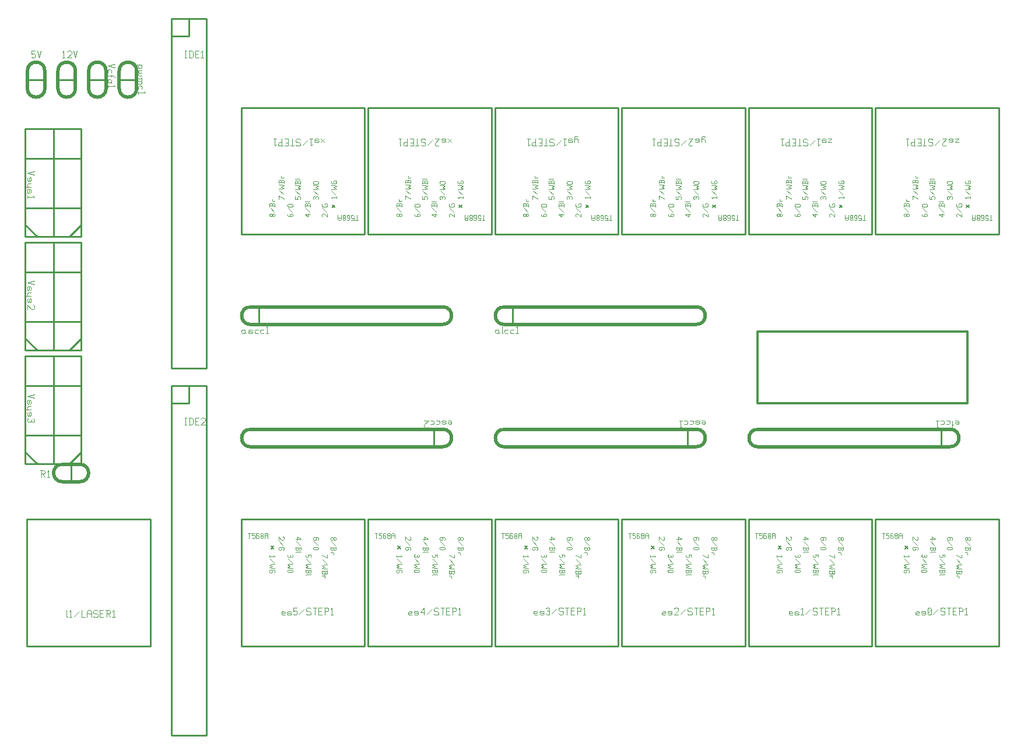
<source format=gbr>
G04 start of page 8 for group -4079 idx -4079 *
G04 Title: (unknown), topsilk *
G04 Creator: pcb 1.99z *
G04 CreationDate: Mon Aug 31 22:19:22 2015 UTC *
G04 For: commonadmin *
G04 Format: Gerber/RS-274X *
G04 PCB-Dimensions (mil): 5600.00 4300.00 *
G04 PCB-Coordinate-Origin: lower left *
%MOIN*%
%FSLAX25Y25*%
%LNTOPSILK*%
%ADD86C,0.0040*%
%ADD85C,0.0200*%
%ADD84C,0.0030*%
%ADD83C,0.0120*%
%ADD82C,0.0100*%
%ADD81C,0.0060*%
G54D81*X286698Y116674D02*X288273Y118249D01*
X286698D02*X288273Y116674D01*
G54D82*X340202Y133406D02*Y104430D01*
X325281Y133406D02*X340202D01*
Y104469D02*Y60965D01*
X282486Y133406D02*X327486D01*
X397781D02*X412702D01*
X342230D02*X356009D01*
X354986D02*X399986D01*
X269730D02*X283509D01*
X342230Y104469D02*Y60965D01*
Y133406D02*Y104430D01*
X269730Y60965D02*X340202D01*
X414730D02*X485202D01*
X487230D02*X557702D01*
X342230D02*X412702D01*
G54D81*X359198Y118249D02*X360773Y116674D01*
X359198D02*X360773Y118249D01*
G54D82*X412702Y104469D02*Y60965D01*
Y133406D02*Y104430D01*
X414730Y104469D02*Y60965D01*
Y133406D02*Y104430D01*
X470281Y133406D02*X485202D01*
X414730D02*X428509D01*
X427486D02*X472486D01*
G54D81*X431698Y118249D02*X433273Y116674D01*
X431698D02*X433273Y118249D01*
G54D82*X487230Y133406D02*X501009D01*
G54D81*X504198Y118249D02*X505773Y116674D01*
X504198D02*X505773Y118249D01*
G54D82*X499986Y133406D02*X544986D01*
X485202Y104469D02*Y60965D01*
X487230Y104469D02*Y60965D01*
X557702Y104469D02*Y60965D01*
X485202Y133406D02*Y104430D01*
X487230Y133406D02*Y104430D01*
X542781Y133406D02*X557702D01*
Y104430D01*
X195202Y104469D02*Y60965D01*
X197230Y104469D02*Y60965D01*
X197298Y369035D02*Y325531D01*
Y296594D02*X212219D01*
X197298Y325570D02*Y296594D01*
X197230Y60965D02*X267702D01*
Y104469D02*Y60965D01*
X197230Y133406D02*X211009D01*
X209986D02*X254986D01*
G54D81*X214198Y118249D02*X215773Y116674D01*
X214198D02*X215773Y118249D01*
G54D82*X252781Y133406D02*X267702D01*
Y104430D01*
X269730Y133406D02*Y104430D01*
X253991Y296594D02*X267770D01*
X269730Y104469D02*Y60965D01*
X267770Y369035D02*Y325531D01*
Y325570D02*Y296594D01*
X195202Y133406D02*Y104430D01*
X137486Y133406D02*X182486D01*
X180281D02*X195202D01*
X197230D02*Y104430D01*
G54D81*X141698Y116674D02*X143273Y118249D01*
X141698D02*X143273Y116674D01*
G54D82*X124730Y133406D02*X138509D01*
X124730D02*Y104430D01*
X124798Y296594D02*X139719D01*
X124730Y104469D02*Y60965D01*
X124798Y369035D02*Y325531D01*
Y325570D02*Y296594D01*
X124730Y60965D02*X195202D01*
X124798Y369035D02*X195270D01*
Y325531D01*
Y325570D02*Y296594D01*
X181491D02*X195270D01*
X137514D02*X182514D01*
G54D81*X178302Y311751D02*X176727Y313326D01*
X178302D02*X176727Y311751D01*
G54D82*X197298Y369035D02*X267770D01*
X210014Y296594D02*X255014D01*
G54D81*X250802Y311751D02*X249227Y313326D01*
X250802D02*X249227Y311751D01*
G54D82*X269798Y369035D02*X340270D01*
Y325531D01*
X269798Y369035D02*Y325531D01*
X342298Y369035D02*Y325531D01*
X269798Y296594D02*X284719D01*
X269798Y325570D02*Y296594D01*
X282514D02*X327514D01*
X340270Y325570D02*Y296594D01*
X326491D02*X340270D01*
G54D81*X323302Y311751D02*X321727Y313326D01*
X323302D02*X321727Y311751D01*
G54D82*X342298Y296594D02*X357219D01*
X342298Y325570D02*Y296594D01*
Y369035D02*X412770D01*
X355014Y296594D02*X400014D01*
X412770Y369035D02*Y325531D01*
Y325570D02*Y296594D01*
X398991D02*X412770D01*
G54D81*X395802Y311751D02*X394227Y313326D01*
X395802D02*X394227Y311751D01*
G54D82*X414798Y369035D02*X485270D01*
Y325531D01*
X414798Y369035D02*Y325531D01*
Y296594D02*X429719D01*
X414798Y325570D02*Y296594D01*
X427514D02*X472514D01*
X485270Y325570D02*Y296594D01*
X471491D02*X485270D01*
G54D81*X468302Y311751D02*X466727Y313326D01*
X468302D02*X466727Y311751D01*
G54D82*X487298Y369035D02*X557770D01*
Y325531D01*
X487298Y369035D02*Y325531D01*
X557770Y325570D02*Y296594D01*
X543991D02*X557770D01*
G54D81*X540802Y311751D02*X539227Y313326D01*
X540802D02*X539227Y311751D01*
G54D82*X487298Y296594D02*X502219D01*
X487298Y325570D02*Y296594D01*
X500014D02*X545014D01*
G54D83*X420000Y241000D02*X540000D01*
Y200000D02*X420000D01*
Y241000D01*
X540000D02*Y200000D01*
G54D84*X346049Y125570D02*X347549D01*
X346799D02*Y122570D01*
X348449Y125570D02*X349949D01*
X348449D02*Y124070D01*
X348824Y124445D01*
X349574D01*
X349949Y124070D01*
Y122945D01*
X349574Y122570D02*X349949Y122945D01*
X348824Y122570D02*X349574D01*
X348449Y122945D02*X348824Y122570D01*
X351974Y125570D02*X352349Y125195D01*
X351224Y125570D02*X351974D01*
X350849Y125195D02*X351224Y125570D01*
X350849Y125195D02*Y122945D01*
X351224Y122570D01*
X351974Y124220D02*X352349Y123845D01*
X350849Y124220D02*X351974D01*
X351224Y122570D02*X351974D01*
X352349Y122945D01*
Y123845D02*Y122945D01*
X353249D02*X353624Y122570D01*
X353249Y123545D02*Y122945D01*
Y123545D02*X353774Y124070D01*
X354224D01*
X354749Y123545D01*
Y122945D01*
X354374Y122570D02*X354749Y122945D01*
X353624Y122570D02*X354374D01*
X353249Y124595D02*X353774Y124070D01*
X353249Y125195D02*Y124595D01*
Y125195D02*X353624Y125570D01*
X354374D01*
X354749Y125195D01*
Y124595D01*
X354224Y124070D02*X354749Y124595D01*
X355649Y124820D02*Y122570D01*
Y124820D02*X356174Y125570D01*
X356999D01*
X357524Y124820D01*
Y122570D01*
X355649Y124070D02*X357524D01*
X393855Y123170D02*X393480Y122795D01*
X393855Y123170D02*X394455D01*
X394980Y122645D01*
Y122195D01*
X394455Y121670D01*
X393855D02*X394455D01*
X393480Y122045D02*X393855Y121670D01*
X393480Y122795D02*Y122045D01*
X395505Y123170D02*X394980Y122645D01*
X395505Y123170D02*X396105D01*
X396480Y122795D01*
Y122045D01*
X396105Y121670D01*
X395505D02*X396105D01*
X394980Y122195D02*X395505Y121670D01*
X393855Y120770D02*X396105Y118520D01*
X393480Y117620D02*Y116120D01*
X393855Y115745D01*
X394755D01*
X395130Y116120D02*X394755Y115745D01*
X395130Y117245D02*Y116120D01*
X393480Y117245D02*X396480D01*
Y117620D02*Y116120D01*
X396105Y115745D01*
X395505D02*X396105D01*
X395130Y116120D02*X395505Y115745D01*
X393480Y114470D02*X394605D01*
X394980Y114095D01*
Y113345D01*
Y114845D02*X394605Y114470D01*
X386244Y122045D02*X385869Y121670D01*
X386244Y122795D02*Y122045D01*
X385869Y123170D02*X386244Y122795D01*
X383619Y123170D02*X385869D01*
X383619D02*X383244Y122795D01*
X384894Y122045D02*X384519Y121670D01*
X384894Y123170D02*Y122045D01*
X383244Y122795D02*Y122045D01*
X383619Y121670D01*
X384519D01*
X383619Y120770D02*X385869Y118520D01*
X383619Y117620D02*X385869D01*
X386244Y117245D01*
Y116495D01*
X385869Y116120D01*
X383619D02*X385869D01*
X383244Y116495D02*X383619Y116120D01*
X383244Y117245D02*Y116495D01*
X383619Y117620D02*X383244Y117245D01*
X374526Y123564D02*X376401Y122064D01*
X374526Y123564D02*Y121689D01*
X373401Y122064D02*X376401D01*
X373776Y120789D02*X376026Y118539D01*
X373401Y117639D02*Y116139D01*
X373776Y115764D01*
X374676D01*
X375051Y116139D02*X374676Y115764D01*
X375051Y117264D02*Y116139D01*
X373401Y117264D02*X376401D01*
Y117639D02*Y116139D01*
X376026Y115764D01*
X375426D02*X376026D01*
X375051Y116139D02*X375426Y115764D01*
X373776Y114864D02*X376401D01*
X373776D02*X373401Y114489D01*
X366184Y123564D02*X366559Y123189D01*
Y122064D01*
X366184Y121689D01*
X365434D02*X366184D01*
X363559Y123564D02*X365434Y121689D01*
X363559Y123564D02*Y121689D01*
X363934Y120789D02*X366184Y118539D01*
X366559Y116139D02*X366184Y115764D01*
X366559Y117264D02*Y116139D01*
X366184Y117639D02*X366559Y117264D01*
X363934Y117639D02*X366184D01*
X363934D02*X363559Y117264D01*
Y116139D01*
X363934Y115764D01*
X364684D01*
X365059Y116139D02*X364684Y115764D01*
X365059Y116889D02*Y116139D01*
X388362Y112953D02*X391362Y111453D01*
Y113328D02*Y111453D01*
X388737Y110553D02*X390987Y108303D01*
X389862Y107403D02*X391362D01*
X389862D02*X388362Y107028D01*
X389862Y106278D01*
X388362Y105528D01*
X389862Y105153D01*
X391362D01*
X388362Y104253D02*Y102753D01*
X388737Y102378D01*
X389637D01*
X390012Y102753D02*X389637Y102378D01*
X390012Y103878D02*Y102753D01*
X388362Y103878D02*X391362D01*
Y104253D02*Y102753D01*
X390987Y102378D01*
X390387D02*X390987D01*
X390012Y102753D02*X390387Y102378D01*
X388362Y101103D02*X389487D01*
X389862Y100728D01*
Y99978D01*
Y101478D02*X389487Y101103D01*
X381913Y113328D02*Y111828D01*
X380413Y113328D02*X381913D01*
X380413D02*X380788Y112953D01*
Y112203D01*
X380413Y111828D01*
X379288D02*X380413D01*
X378913Y112203D02*X379288Y111828D01*
X378913Y112953D02*Y112203D01*
X379288Y113328D02*X378913Y112953D01*
X379288Y110928D02*X381538Y108678D01*
X380413Y107778D02*X381913D01*
X380413D02*X378913Y107403D01*
X380413Y106653D01*
X378913Y105903D01*
X380413Y105528D01*
X381913D01*
X378913Y104628D02*Y103128D01*
X379288Y102753D01*
X380188D01*
X380563Y103128D02*X380188Y102753D01*
X380563Y104253D02*Y103128D01*
X378913Y104253D02*X381913D01*
Y104628D02*Y103128D01*
X381538Y102753D01*
X380938D02*X381538D01*
X380563Y103128D02*X380938Y102753D01*
X379288Y101853D02*X381913D01*
X379288D02*X378913Y101478D01*
X371302Y113328D02*X371677Y112953D01*
Y112203D01*
X371302Y111828D01*
X368677Y112203D02*X369052Y111828D01*
X368677Y112953D02*Y112203D01*
X369052Y113328D02*X368677Y112953D01*
X370327D02*Y112203D01*
X370702Y111828D02*X371302D01*
X369052D02*X369952D01*
X370327Y112203D01*
X370702Y111828D02*X370327Y112203D01*
X369052Y110928D02*X371302Y108678D01*
X370177Y107778D02*X371677D01*
X370177D02*X368677Y107403D01*
X370177Y106653D01*
X368677Y105903D01*
X370177Y105528D01*
X371677D01*
X369052Y104628D02*X371302D01*
X371677Y104253D01*
Y103503D01*
X371302Y103128D01*
X369052D02*X371302D01*
X368677Y103503D02*X369052Y103128D01*
X368677Y104253D02*Y103503D01*
X369052Y104628D02*X368677Y104253D01*
X360841Y112934D02*X361441Y112334D01*
X358441D02*X361441D01*
X358441Y112934D02*Y111809D01*
X358816Y110909D02*X361066Y108659D01*
X359941Y107759D02*X361441D01*
X359941D02*X358441Y107384D01*
X359941Y106634D01*
X358441Y105884D01*
X359941Y105509D01*
X361441D01*
Y103109D02*X361066Y102734D01*
X361441Y104234D02*Y103109D01*
X361066Y104609D02*X361441Y104234D01*
X358816Y104609D02*X361066D01*
X358816D02*X358441Y104234D01*
Y103109D01*
X358816Y102734D01*
X359566D01*
X359941Y103109D02*X359566Y102734D01*
X359941Y103859D02*Y103109D01*
X418549Y125570D02*X420049D01*
X419299D02*Y122570D01*
X420949Y125570D02*X422449D01*
X420949D02*Y124070D01*
X421324Y124445D01*
X422074D01*
X422449Y124070D01*
Y122945D01*
X422074Y122570D02*X422449Y122945D01*
X421324Y122570D02*X422074D01*
X420949Y122945D02*X421324Y122570D01*
X424474Y125570D02*X424849Y125195D01*
X423724Y125570D02*X424474D01*
X423349Y125195D02*X423724Y125570D01*
X423349Y125195D02*Y122945D01*
X423724Y122570D01*
X424474Y124220D02*X424849Y123845D01*
X423349Y124220D02*X424474D01*
X423724Y122570D02*X424474D01*
X424849Y122945D01*
Y123845D02*Y122945D01*
X425749D02*X426124Y122570D01*
X425749Y123545D02*Y122945D01*
Y123545D02*X426274Y124070D01*
X426724D01*
X427249Y123545D01*
Y122945D01*
X426874Y122570D02*X427249Y122945D01*
X426124Y122570D02*X426874D01*
X425749Y124595D02*X426274Y124070D01*
X425749Y125195D02*Y124595D01*
Y125195D02*X426124Y125570D01*
X426874D01*
X427249Y125195D01*
Y124595D01*
X426724Y124070D02*X427249Y124595D01*
X428149Y124820D02*Y122570D01*
Y124820D02*X428674Y125570D01*
X429499D01*
X430024Y124820D01*
Y122570D01*
X428149Y124070D02*X430024D01*
X466355Y123170D02*X465980Y122795D01*
X466355Y123170D02*X466955D01*
X467480Y122645D01*
Y122195D01*
X466955Y121670D01*
X466355D02*X466955D01*
X465980Y122045D02*X466355Y121670D01*
X465980Y122795D02*Y122045D01*
X468005Y123170D02*X467480Y122645D01*
X468005Y123170D02*X468605D01*
X468980Y122795D01*
Y122045D01*
X468605Y121670D01*
X468005D02*X468605D01*
X467480Y122195D02*X468005Y121670D01*
X466355Y120770D02*X468605Y118520D01*
X465980Y117620D02*Y116120D01*
X466355Y115745D01*
X467255D01*
X467630Y116120D02*X467255Y115745D01*
X467630Y117245D02*Y116120D01*
X465980Y117245D02*X468980D01*
Y117620D02*Y116120D01*
X468605Y115745D01*
X468005D02*X468605D01*
X467630Y116120D02*X468005Y115745D01*
X465980Y114470D02*X467105D01*
X467480Y114095D01*
Y113345D01*
Y114845D02*X467105Y114470D01*
X458744Y122045D02*X458369Y121670D01*
X458744Y122795D02*Y122045D01*
X458369Y123170D02*X458744Y122795D01*
X456119Y123170D02*X458369D01*
X456119D02*X455744Y122795D01*
X457394Y122045D02*X457019Y121670D01*
X457394Y123170D02*Y122045D01*
X455744Y122795D02*Y122045D01*
X456119Y121670D01*
X457019D01*
X456119Y120770D02*X458369Y118520D01*
X456119Y117620D02*X458369D01*
X458744Y117245D01*
Y116495D01*
X458369Y116120D01*
X456119D02*X458369D01*
X455744Y116495D02*X456119Y116120D01*
X455744Y117245D02*Y116495D01*
X456119Y117620D02*X455744Y117245D01*
X447026Y123564D02*X448901Y122064D01*
X447026Y123564D02*Y121689D01*
X445901Y122064D02*X448901D01*
X446276Y120789D02*X448526Y118539D01*
X445901Y117639D02*Y116139D01*
X446276Y115764D01*
X447176D01*
X447551Y116139D02*X447176Y115764D01*
X447551Y117264D02*Y116139D01*
X445901Y117264D02*X448901D01*
Y117639D02*Y116139D01*
X448526Y115764D01*
X447926D02*X448526D01*
X447551Y116139D02*X447926Y115764D01*
X446276Y114864D02*X448901D01*
X446276D02*X445901Y114489D01*
X438684Y123564D02*X439059Y123189D01*
Y122064D01*
X438684Y121689D01*
X437934D02*X438684D01*
X436059Y123564D02*X437934Y121689D01*
X436059Y123564D02*Y121689D01*
X436434Y120789D02*X438684Y118539D01*
X439059Y116139D02*X438684Y115764D01*
X439059Y117264D02*Y116139D01*
X438684Y117639D02*X439059Y117264D01*
X436434Y117639D02*X438684D01*
X436434D02*X436059Y117264D01*
Y116139D01*
X436434Y115764D01*
X437184D01*
X437559Y116139D02*X437184Y115764D01*
X437559Y116889D02*Y116139D01*
X460862Y112953D02*X463862Y111453D01*
Y113328D02*Y111453D01*
X461237Y110553D02*X463487Y108303D01*
X462362Y107403D02*X463862D01*
X462362D02*X460862Y107028D01*
X462362Y106278D01*
X460862Y105528D01*
X462362Y105153D01*
X463862D01*
X460862Y104253D02*Y102753D01*
X461237Y102378D01*
X462137D01*
X462512Y102753D02*X462137Y102378D01*
X462512Y103878D02*Y102753D01*
X460862Y103878D02*X463862D01*
Y104253D02*Y102753D01*
X463487Y102378D01*
X462887D02*X463487D01*
X462512Y102753D02*X462887Y102378D01*
X460862Y101103D02*X461987D01*
X462362Y100728D01*
Y99978D01*
Y101478D02*X461987Y101103D01*
X454413Y113328D02*Y111828D01*
X452913Y113328D02*X454413D01*
X452913D02*X453288Y112953D01*
Y112203D01*
X452913Y111828D01*
X451788D02*X452913D01*
X451413Y112203D02*X451788Y111828D01*
X451413Y112953D02*Y112203D01*
X451788Y113328D02*X451413Y112953D01*
X451788Y110928D02*X454038Y108678D01*
X452913Y107778D02*X454413D01*
X452913D02*X451413Y107403D01*
X452913Y106653D01*
X451413Y105903D01*
X452913Y105528D01*
X454413D01*
X451413Y104628D02*Y103128D01*
X451788Y102753D01*
X452688D01*
X453063Y103128D02*X452688Y102753D01*
X453063Y104253D02*Y103128D01*
X451413Y104253D02*X454413D01*
Y104628D02*Y103128D01*
X454038Y102753D01*
X453438D02*X454038D01*
X453063Y103128D02*X453438Y102753D01*
X451788Y101853D02*X454413D01*
X451788D02*X451413Y101478D01*
X443802Y113328D02*X444177Y112953D01*
Y112203D01*
X443802Y111828D01*
X441177Y112203D02*X441552Y111828D01*
X441177Y112953D02*Y112203D01*
X441552Y113328D02*X441177Y112953D01*
X442827D02*Y112203D01*
X443202Y111828D02*X443802D01*
X441552D02*X442452D01*
X442827Y112203D01*
X443202Y111828D02*X442827Y112203D01*
X441552Y110928D02*X443802Y108678D01*
X442677Y107778D02*X444177D01*
X442677D02*X441177Y107403D01*
X442677Y106653D01*
X441177Y105903D01*
X442677Y105528D01*
X444177D01*
X441552Y104628D02*X443802D01*
X444177Y104253D01*
Y103503D01*
X443802Y103128D01*
X441552D02*X443802D01*
X441177Y103503D02*X441552Y103128D01*
X441177Y104253D02*Y103503D01*
X441552Y104628D02*X441177Y104253D01*
X433341Y112934D02*X433941Y112334D01*
X430941D02*X433941D01*
X430941Y112934D02*Y111809D01*
X431316Y110909D02*X433566Y108659D01*
X432441Y107759D02*X433941D01*
X432441D02*X430941Y107384D01*
X432441Y106634D01*
X430941Y105884D01*
X432441Y105509D01*
X433941D01*
Y103109D02*X433566Y102734D01*
X433941Y104234D02*Y103109D01*
X433566Y104609D02*X433941Y104234D01*
X431316Y104609D02*X433566D01*
X431316D02*X430941Y104234D01*
Y103109D01*
X431316Y102734D01*
X432066D01*
X432441Y103109D02*X432066Y102734D01*
X432441Y103859D02*Y103109D01*
X491049Y125570D02*X492549D01*
X491799D02*Y122570D01*
X493449Y125570D02*X494949D01*
X493449D02*Y124070D01*
X493824Y124445D01*
X494574D01*
X494949Y124070D01*
Y122945D01*
X494574Y122570D02*X494949Y122945D01*
X493824Y122570D02*X494574D01*
X493449Y122945D02*X493824Y122570D01*
X496974Y125570D02*X497349Y125195D01*
X496224Y125570D02*X496974D01*
X495849Y125195D02*X496224Y125570D01*
X495849Y125195D02*Y122945D01*
X496224Y122570D01*
X496974Y124220D02*X497349Y123845D01*
X495849Y124220D02*X496974D01*
X496224Y122570D02*X496974D01*
X497349Y122945D01*
Y123845D02*Y122945D01*
X498249D02*X498624Y122570D01*
X498249Y123545D02*Y122945D01*
Y123545D02*X498774Y124070D01*
X499224D01*
X499749Y123545D01*
Y122945D01*
X499374Y122570D02*X499749Y122945D01*
X498624Y122570D02*X499374D01*
X498249Y124595D02*X498774Y124070D01*
X498249Y125195D02*Y124595D01*
Y125195D02*X498624Y125570D01*
X499374D01*
X499749Y125195D01*
Y124595D01*
X499224Y124070D02*X499749Y124595D01*
X500649Y124820D02*Y122570D01*
Y124820D02*X501174Y125570D01*
X501999D01*
X502524Y124820D01*
Y122570D01*
X500649Y124070D02*X502524D01*
X538855Y123170D02*X538480Y122795D01*
X538855Y123170D02*X539455D01*
X539980Y122645D01*
Y122195D01*
X539455Y121670D01*
X538855D02*X539455D01*
X538480Y122045D02*X538855Y121670D01*
X538480Y122795D02*Y122045D01*
X540505Y123170D02*X539980Y122645D01*
X540505Y123170D02*X541105D01*
X541480Y122795D01*
Y122045D01*
X541105Y121670D01*
X540505D02*X541105D01*
X539980Y122195D02*X540505Y121670D01*
X538855Y120770D02*X541105Y118520D01*
X538480Y117620D02*Y116120D01*
X538855Y115745D01*
X539755D01*
X540130Y116120D02*X539755Y115745D01*
X540130Y117245D02*Y116120D01*
X538480Y117245D02*X541480D01*
Y117620D02*Y116120D01*
X541105Y115745D01*
X540505D02*X541105D01*
X540130Y116120D02*X540505Y115745D01*
X538480Y114470D02*X539605D01*
X539980Y114095D01*
Y113345D01*
Y114845D02*X539605Y114470D01*
X531244Y122045D02*X530869Y121670D01*
X531244Y122795D02*Y122045D01*
X530869Y123170D02*X531244Y122795D01*
X528619Y123170D02*X530869D01*
X528619D02*X528244Y122795D01*
X529894Y122045D02*X529519Y121670D01*
X529894Y123170D02*Y122045D01*
X528244Y122795D02*Y122045D01*
X528619Y121670D01*
X529519D01*
X528619Y120770D02*X530869Y118520D01*
X528619Y117620D02*X530869D01*
X531244Y117245D01*
Y116495D01*
X530869Y116120D01*
X528619D02*X530869D01*
X528244Y116495D02*X528619Y116120D01*
X528244Y117245D02*Y116495D01*
X528619Y117620D02*X528244Y117245D01*
X519526Y123564D02*X521401Y122064D01*
X519526Y123564D02*Y121689D01*
X518401Y122064D02*X521401D01*
X518776Y120789D02*X521026Y118539D01*
X518401Y117639D02*Y116139D01*
X518776Y115764D01*
X519676D01*
X520051Y116139D02*X519676Y115764D01*
X520051Y117264D02*Y116139D01*
X518401Y117264D02*X521401D01*
Y117639D02*Y116139D01*
X521026Y115764D01*
X520426D02*X521026D01*
X520051Y116139D02*X520426Y115764D01*
X518776Y114864D02*X521401D01*
X518776D02*X518401Y114489D01*
X511184Y123564D02*X511559Y123189D01*
Y122064D01*
X511184Y121689D01*
X510434D02*X511184D01*
X508559Y123564D02*X510434Y121689D01*
X508559Y123564D02*Y121689D01*
X508934Y120789D02*X511184Y118539D01*
X511559Y116139D02*X511184Y115764D01*
X511559Y117264D02*Y116139D01*
X511184Y117639D02*X511559Y117264D01*
X508934Y117639D02*X511184D01*
X508934D02*X508559Y117264D01*
Y116139D01*
X508934Y115764D01*
X509684D01*
X510059Y116139D02*X509684Y115764D01*
X510059Y116889D02*Y116139D01*
X533362Y112953D02*X536362Y111453D01*
Y113328D02*Y111453D01*
X533737Y110553D02*X535987Y108303D01*
X534862Y107403D02*X536362D01*
X534862D02*X533362Y107028D01*
X534862Y106278D01*
X533362Y105528D01*
X534862Y105153D01*
X536362D01*
X533362Y104253D02*Y102753D01*
X533737Y102378D01*
X534637D01*
X535012Y102753D02*X534637Y102378D01*
X535012Y103878D02*Y102753D01*
X533362Y103878D02*X536362D01*
Y104253D02*Y102753D01*
X535987Y102378D01*
X535387D02*X535987D01*
X535012Y102753D02*X535387Y102378D01*
X533362Y101103D02*X534487D01*
X534862Y100728D01*
Y99978D01*
Y101478D02*X534487Y101103D01*
X526913Y113328D02*Y111828D01*
X525413Y113328D02*X526913D01*
X525413D02*X525788Y112953D01*
Y112203D01*
X525413Y111828D01*
X524288D02*X525413D01*
X523913Y112203D02*X524288Y111828D01*
X523913Y112953D02*Y112203D01*
X524288Y113328D02*X523913Y112953D01*
X524288Y110928D02*X526538Y108678D01*
X525413Y107778D02*X526913D01*
X525413D02*X523913Y107403D01*
X525413Y106653D01*
X523913Y105903D01*
X525413Y105528D01*
X526913D01*
X523913Y104628D02*Y103128D01*
X524288Y102753D01*
X525188D01*
X525563Y103128D02*X525188Y102753D01*
X525563Y104253D02*Y103128D01*
X523913Y104253D02*X526913D01*
Y104628D02*Y103128D01*
X526538Y102753D01*
X525938D02*X526538D01*
X525563Y103128D02*X525938Y102753D01*
X524288Y101853D02*X526913D01*
X524288D02*X523913Y101478D01*
X516302Y113328D02*X516677Y112953D01*
Y112203D01*
X516302Y111828D01*
X513677Y112203D02*X514052Y111828D01*
X513677Y112953D02*Y112203D01*
X514052Y113328D02*X513677Y112953D01*
X515327D02*Y112203D01*
X515702Y111828D02*X516302D01*
X514052D02*X514952D01*
X515327Y112203D01*
X515702Y111828D02*X515327Y112203D01*
X514052Y110928D02*X516302Y108678D01*
X515177Y107778D02*X516677D01*
X515177D02*X513677Y107403D01*
X515177Y106653D01*
X513677Y105903D01*
X515177Y105528D01*
X516677D01*
X514052Y104628D02*X516302D01*
X516677Y104253D01*
Y103503D01*
X516302Y103128D01*
X514052D02*X516302D01*
X513677Y103503D02*X514052Y103128D01*
X513677Y104253D02*Y103503D01*
X514052Y104628D02*X513677Y104253D01*
X505841Y112934D02*X506441Y112334D01*
X503441D02*X506441D01*
X503441Y112934D02*Y111809D01*
X503816Y110909D02*X506066Y108659D01*
X504941Y107759D02*X506441D01*
X504941D02*X503441Y107384D01*
X504941Y106634D01*
X503441Y105884D01*
X504941Y105509D01*
X506441D01*
Y103109D02*X506066Y102734D01*
X506441Y104234D02*Y103109D01*
X506066Y104609D02*X506441Y104234D01*
X503816Y104609D02*X506066D01*
X503816D02*X503441Y104234D01*
Y103109D01*
X503816Y102734D01*
X504566D01*
X504941Y103109D02*X504566Y102734D01*
X504941Y103859D02*Y103109D01*
X201049Y125570D02*X202549D01*
X201799D02*Y122570D01*
X203449Y125570D02*X204949D01*
X203449D02*Y124070D01*
X203824Y124445D01*
X204574D01*
X204949Y124070D01*
Y122945D01*
X204574Y122570D02*X204949Y122945D01*
X203824Y122570D02*X204574D01*
X203449Y122945D02*X203824Y122570D01*
X206974Y125570D02*X207349Y125195D01*
X206224Y125570D02*X206974D01*
X205849Y125195D02*X206224Y125570D01*
X205849Y125195D02*Y122945D01*
X206224Y122570D01*
X206974Y124220D02*X207349Y123845D01*
X205849Y124220D02*X206974D01*
X206224Y122570D02*X206974D01*
X207349Y122945D01*
Y123845D02*Y122945D01*
X208249D02*X208624Y122570D01*
X208249Y123545D02*Y122945D01*
Y123545D02*X208774Y124070D01*
X209224D01*
X209749Y123545D01*
Y122945D01*
X209374Y122570D02*X209749Y122945D01*
X208624Y122570D02*X209374D01*
X208249Y124595D02*X208774Y124070D01*
X208249Y125195D02*Y124595D01*
Y125195D02*X208624Y125570D01*
X209374D01*
X209749Y125195D01*
Y124595D01*
X209224Y124070D02*X209749Y124595D01*
X210649Y124820D02*Y122570D01*
Y124820D02*X211174Y125570D01*
X211999D01*
X212524Y124820D01*
Y122570D01*
X210649Y124070D02*X212524D01*
X243362Y112953D02*X246362Y111453D01*
Y113328D02*Y111453D01*
X243737Y110553D02*X245987Y108303D01*
X244862Y107403D02*X246362D01*
X244862D02*X243362Y107028D01*
X244862Y106278D01*
X243362Y105528D01*
X244862Y105153D01*
X246362D01*
X243362Y104253D02*Y102753D01*
X243737Y102378D01*
X244637D01*
X245012Y102753D02*X244637Y102378D01*
X245012Y103878D02*Y102753D01*
X243362Y103878D02*X246362D01*
Y104253D02*Y102753D01*
X245987Y102378D01*
X245387D02*X245987D01*
X245012Y102753D02*X245387Y102378D01*
X243362Y101103D02*X244487D01*
X244862Y100728D01*
Y99978D01*
Y101478D02*X244487Y101103D01*
X248855Y123170D02*X248480Y122795D01*
X248855Y123170D02*X249455D01*
X249980Y122645D01*
Y122195D01*
X249455Y121670D01*
X248855D02*X249455D01*
X248480Y122045D02*X248855Y121670D01*
X248480Y122795D02*Y122045D01*
X250505Y123170D02*X249980Y122645D01*
X250505Y123170D02*X251105D01*
X251480Y122795D01*
Y122045D01*
X251105Y121670D01*
X250505D02*X251105D01*
X249980Y122195D02*X250505Y121670D01*
X248855Y120770D02*X251105Y118520D01*
X248480Y117620D02*Y116120D01*
X248855Y115745D01*
X249755D01*
X250130Y116120D02*X249755Y115745D01*
X250130Y117245D02*Y116120D01*
X248480Y117245D02*X251480D01*
Y117620D02*Y116120D01*
X251105Y115745D01*
X250505D02*X251105D01*
X250130Y116120D02*X250505Y115745D01*
X248480Y114470D02*X249605D01*
X249980Y114095D01*
Y113345D01*
Y114845D02*X249605Y114470D01*
X241244Y122045D02*X240869Y121670D01*
X241244Y122795D02*Y122045D01*
X240869Y123170D02*X241244Y122795D01*
X238619Y123170D02*X240869D01*
X238619D02*X238244Y122795D01*
X239894Y122045D02*X239519Y121670D01*
X239894Y123170D02*Y122045D01*
X238244Y122795D02*Y122045D01*
X238619Y121670D01*
X239519D01*
X238619Y120770D02*X240869Y118520D01*
X238619Y117620D02*X240869D01*
X241244Y117245D01*
Y116495D01*
X240869Y116120D01*
X238619D02*X240869D01*
X238244Y116495D02*X238619Y116120D01*
X238244Y117245D02*Y116495D01*
X238619Y117620D02*X238244Y117245D01*
X236913Y113328D02*Y111828D01*
X235413Y113328D02*X236913D01*
X235413D02*X235788Y112953D01*
Y112203D01*
X235413Y111828D01*
X234288D02*X235413D01*
X233913Y112203D02*X234288Y111828D01*
X233913Y112953D02*Y112203D01*
X234288Y113328D02*X233913Y112953D01*
X234288Y110928D02*X236538Y108678D01*
X235413Y107778D02*X236913D01*
X235413D02*X233913Y107403D01*
X235413Y106653D01*
X233913Y105903D01*
X235413Y105528D01*
X236913D01*
X233913Y104628D02*Y103128D01*
X234288Y102753D01*
X235188D01*
X235563Y103128D02*X235188Y102753D01*
X235563Y104253D02*Y103128D01*
X233913Y104253D02*X236913D01*
Y104628D02*Y103128D01*
X236538Y102753D01*
X235938D02*X236538D01*
X235563Y103128D02*X235938Y102753D01*
X234288Y101853D02*X236913D01*
X234288D02*X233913Y101478D01*
X229526Y123564D02*X231401Y122064D01*
X229526Y123564D02*Y121689D01*
X228401Y122064D02*X231401D01*
X228776Y120789D02*X231026Y118539D01*
X228401Y117639D02*Y116139D01*
X228776Y115764D01*
X229676D01*
X230051Y116139D02*X229676Y115764D01*
X230051Y117264D02*Y116139D01*
X228401Y117264D02*X231401D01*
Y117639D02*Y116139D01*
X231026Y115764D01*
X230426D02*X231026D01*
X230051Y116139D02*X230426Y115764D01*
X228776Y114864D02*X231401D01*
X228776D02*X228401Y114489D01*
X226302Y113328D02*X226677Y112953D01*
Y112203D01*
X226302Y111828D01*
X223677Y112203D02*X224052Y111828D01*
X223677Y112953D02*Y112203D01*
X224052Y113328D02*X223677Y112953D01*
X225327D02*Y112203D01*
X225702Y111828D02*X226302D01*
X224052D02*X224952D01*
X225327Y112203D01*
X225702Y111828D02*X225327Y112203D01*
X224052Y110928D02*X226302Y108678D01*
X225177Y107778D02*X226677D01*
X225177D02*X223677Y107403D01*
X225177Y106653D01*
X223677Y105903D01*
X225177Y105528D01*
X226677D01*
X224052Y104628D02*X226302D01*
X226677Y104253D01*
Y103503D01*
X226302Y103128D01*
X224052D02*X226302D01*
X223677Y103503D02*X224052Y103128D01*
X223677Y104253D02*Y103503D01*
X224052Y104628D02*X223677Y104253D01*
X221184Y123564D02*X221559Y123189D01*
Y122064D01*
X221184Y121689D01*
X220434D02*X221184D01*
X218559Y123564D02*X220434Y121689D01*
X218559Y123564D02*Y121689D01*
X218934Y120789D02*X221184Y118539D01*
X221559Y116139D02*X221184Y115764D01*
X221559Y117264D02*Y116139D01*
X221184Y117639D02*X221559Y117264D01*
X218934Y117639D02*X221184D01*
X218934D02*X218559Y117264D01*
Y116139D01*
X218934Y115764D01*
X219684D01*
X220059Y116139D02*X219684Y115764D01*
X220059Y116889D02*Y116139D01*
X215841Y112934D02*X216441Y112334D01*
X213441D02*X216441D01*
X213441Y112934D02*Y111809D01*
X213816Y110909D02*X216066Y108659D01*
X214941Y107759D02*X216441D01*
X214941D02*X213441Y107384D01*
X214941Y106634D01*
X213441Y105884D01*
X214941Y105509D01*
X216441D01*
Y103109D02*X216066Y102734D01*
X216441Y104234D02*Y103109D01*
X216066Y104609D02*X216441Y104234D01*
X213816Y104609D02*X216066D01*
X213816D02*X213441Y104234D01*
Y103109D01*
X213816Y102734D01*
X214566D01*
X214941Y103109D02*X214566Y102734D01*
X214941Y103859D02*Y103109D01*
X157026Y123564D02*X158901Y122064D01*
X157026Y123564D02*Y121689D01*
X155901Y122064D02*X158901D01*
X156276Y120789D02*X158526Y118539D01*
X155901Y117639D02*Y116139D01*
X156276Y115764D01*
X157176D01*
X157551Y116139D02*X157176Y115764D01*
X157551Y117264D02*Y116139D01*
X155901Y117264D02*X158901D01*
Y117639D02*Y116139D01*
X158526Y115764D01*
X157926D02*X158526D01*
X157551Y116139D02*X157926Y115764D01*
X156276Y114864D02*X158901D01*
X156276D02*X155901Y114489D01*
X164413Y113328D02*Y111828D01*
X162913Y113328D02*X164413D01*
X162913D02*X163288Y112953D01*
Y112203D01*
X162913Y111828D01*
X161788D02*X162913D01*
X161413Y112203D02*X161788Y111828D01*
X161413Y112953D02*Y112203D01*
X161788Y113328D02*X161413Y112953D01*
X161788Y110928D02*X164038Y108678D01*
X162913Y107778D02*X164413D01*
X162913D02*X161413Y107403D01*
X162913Y106653D01*
X161413Y105903D01*
X162913Y105528D01*
X164413D01*
X161413Y104628D02*Y103128D01*
X161788Y102753D01*
X162688D01*
X163063Y103128D02*X162688Y102753D01*
X163063Y104253D02*Y103128D01*
X161413Y104253D02*X164413D01*
Y104628D02*Y103128D01*
X164038Y102753D01*
X163438D02*X164038D01*
X163063Y103128D02*X163438Y102753D01*
X161788Y101853D02*X164413D01*
X161788D02*X161413Y101478D01*
X168744Y122045D02*X168369Y121670D01*
X168744Y122795D02*Y122045D01*
X168369Y123170D02*X168744Y122795D01*
X166119Y123170D02*X168369D01*
X166119D02*X165744Y122795D01*
X167394Y122045D02*X167019Y121670D01*
X167394Y123170D02*Y122045D01*
X165744Y122795D02*Y122045D01*
X166119Y121670D01*
X167019D01*
X166119Y120770D02*X168369Y118520D01*
X166119Y117620D02*X168369D01*
X168744Y117245D01*
Y116495D01*
X168369Y116120D01*
X166119D02*X168369D01*
X165744Y116495D02*X166119Y116120D01*
X165744Y117245D02*Y116495D01*
X166119Y117620D02*X165744Y117245D01*
X176355Y123170D02*X175980Y122795D01*
X176355Y123170D02*X176955D01*
X177480Y122645D01*
Y122195D01*
X176955Y121670D01*
X176355D02*X176955D01*
X175980Y122045D02*X176355Y121670D01*
X175980Y122795D02*Y122045D01*
X178005Y123170D02*X177480Y122645D01*
X178005Y123170D02*X178605D01*
X178980Y122795D01*
Y122045D01*
X178605Y121670D01*
X178005D02*X178605D01*
X177480Y122195D02*X178005Y121670D01*
X176355Y120770D02*X178605Y118520D01*
X175980Y117620D02*Y116120D01*
X176355Y115745D01*
X177255D01*
X177630Y116120D02*X177255Y115745D01*
X177630Y117245D02*Y116120D01*
X175980Y117245D02*X178980D01*
Y117620D02*Y116120D01*
X178605Y115745D01*
X178005D02*X178605D01*
X177630Y116120D02*X178005Y115745D01*
X175980Y114470D02*X177105D01*
X177480Y114095D01*
Y113345D01*
Y114845D02*X177105Y114470D01*
X143341Y112934D02*X143941Y112334D01*
X140941D02*X143941D01*
X140941Y112934D02*Y111809D01*
X141316Y110909D02*X143566Y108659D01*
X142441Y107759D02*X143941D01*
X142441D02*X140941Y107384D01*
X142441Y106634D01*
X140941Y105884D01*
X142441Y105509D01*
X143941D01*
Y103109D02*X143566Y102734D01*
X143941Y104234D02*Y103109D01*
X143566Y104609D02*X143941Y104234D01*
X141316Y104609D02*X143566D01*
X141316D02*X140941Y104234D01*
Y103109D01*
X141316Y102734D01*
X142066D01*
X142441Y103109D02*X142066Y102734D01*
X142441Y103859D02*Y103109D01*
X148684Y123564D02*X149059Y123189D01*
Y122064D01*
X148684Y121689D01*
X147934D02*X148684D01*
X146059Y123564D02*X147934Y121689D01*
X146059Y123564D02*Y121689D01*
X146434Y120789D02*X148684Y118539D01*
X149059Y116139D02*X148684Y115764D01*
X149059Y117264D02*Y116139D01*
X148684Y117639D02*X149059Y117264D01*
X146434Y117639D02*X148684D01*
X146434D02*X146059Y117264D01*
Y116139D01*
X146434Y115764D01*
X147184D01*
X147559Y116139D02*X147184Y115764D01*
X147559Y116889D02*Y116139D01*
X153802Y113328D02*X154177Y112953D01*
Y112203D01*
X153802Y111828D01*
X151177Y112203D02*X151552Y111828D01*
X151177Y112953D02*Y112203D01*
X151552Y113328D02*X151177Y112953D01*
X152827D02*Y112203D01*
X153202Y111828D02*X153802D01*
X151552D02*X152452D01*
X152827Y112203D01*
X153202Y111828D02*X152827Y112203D01*
X151552Y110928D02*X153802Y108678D01*
X152677Y107778D02*X154177D01*
X152677D02*X151177Y107403D01*
X152677Y106653D01*
X151177Y105903D01*
X152677Y105528D01*
X154177D01*
X151552Y104628D02*X153802D01*
X154177Y104253D01*
Y103503D01*
X153802Y103128D01*
X151552D02*X153802D01*
X151177Y103503D02*X151552Y103128D01*
X151177Y104253D02*Y103503D01*
X151552Y104628D02*X151177Y104253D01*
X170862Y112953D02*X173862Y111453D01*
Y113328D02*Y111453D01*
X171237Y110553D02*X173487Y108303D01*
X172362Y107403D02*X173862D01*
X172362D02*X170862Y107028D01*
X172362Y106278D01*
X170862Y105528D01*
X172362Y105153D01*
X173862D01*
X170862Y104253D02*Y102753D01*
X171237Y102378D01*
X172137D01*
X172512Y102753D02*X172137Y102378D01*
X172512Y103878D02*Y102753D01*
X170862Y103878D02*X173862D01*
Y104253D02*Y102753D01*
X173487Y102378D01*
X172887D02*X173487D01*
X172512Y102753D02*X172887Y102378D01*
X170862Y101103D02*X171987D01*
X172362Y100728D01*
Y99978D01*
Y101478D02*X171987Y101103D01*
X128549Y125570D02*X130049D01*
X129299D02*Y122570D01*
X130949Y125570D02*X132449D01*
X130949D02*Y124070D01*
X131324Y124445D01*
X132074D01*
X132449Y124070D01*
Y122945D01*
X132074Y122570D02*X132449Y122945D01*
X131324Y122570D02*X132074D01*
X130949Y122945D02*X131324Y122570D01*
X134474Y125570D02*X134849Y125195D01*
X133724Y125570D02*X134474D01*
X133349Y125195D02*X133724Y125570D01*
X133349Y125195D02*Y122945D01*
X133724Y122570D01*
X134474Y124220D02*X134849Y123845D01*
X133349Y124220D02*X134474D01*
X133724Y122570D02*X134474D01*
X134849Y122945D01*
Y123845D02*Y122945D01*
X135749D02*X136124Y122570D01*
X135749Y123545D02*Y122945D01*
Y123545D02*X136274Y124070D01*
X136724D01*
X137249Y123545D01*
Y122945D01*
X136874Y122570D02*X137249Y122945D01*
X136124Y122570D02*X136874D01*
X135749Y124595D02*X136274Y124070D01*
X135749Y125195D02*Y124595D01*
Y125195D02*X136124Y125570D01*
X136874D01*
X137249Y125195D01*
Y124595D01*
X136724Y124070D02*X137249Y124595D01*
X138149Y124820D02*Y122570D01*
Y124820D02*X138674Y125570D01*
X139499D01*
X140024Y124820D01*
Y122570D01*
X138149Y124070D02*X140024D01*
X288341Y112934D02*X288941Y112334D01*
X285941D02*X288941D01*
X285941Y112934D02*Y111809D01*
X286316Y110909D02*X288566Y108659D01*
X287441Y107759D02*X288941D01*
X287441D02*X285941Y107384D01*
X287441Y106634D01*
X285941Y105884D01*
X287441Y105509D01*
X288941D01*
Y103109D02*X288566Y102734D01*
X288941Y104234D02*Y103109D01*
X288566Y104609D02*X288941Y104234D01*
X286316Y104609D02*X288566D01*
X286316D02*X285941Y104234D01*
Y103109D01*
X286316Y102734D01*
X287066D01*
X287441Y103109D02*X287066Y102734D01*
X287441Y103859D02*Y103109D01*
X298802Y113328D02*X299177Y112953D01*
Y112203D01*
X298802Y111828D01*
X296177Y112203D02*X296552Y111828D01*
X296177Y112953D02*Y112203D01*
X296552Y113328D02*X296177Y112953D01*
X297827D02*Y112203D01*
X298202Y111828D02*X298802D01*
X296552D02*X297452D01*
X297827Y112203D01*
X298202Y111828D02*X297827Y112203D01*
X296552Y110928D02*X298802Y108678D01*
X297677Y107778D02*X299177D01*
X297677D02*X296177Y107403D01*
X297677Y106653D01*
X296177Y105903D01*
X297677Y105528D01*
X299177D01*
X296552Y104628D02*X298802D01*
X299177Y104253D01*
Y103503D01*
X298802Y103128D01*
X296552D02*X298802D01*
X296177Y103503D02*X296552Y103128D01*
X296177Y104253D02*Y103503D01*
X296552Y104628D02*X296177Y104253D01*
X309413Y113328D02*Y111828D01*
X307913Y113328D02*X309413D01*
X307913D02*X308288Y112953D01*
Y112203D01*
X307913Y111828D01*
X306788D02*X307913D01*
X306413Y112203D02*X306788Y111828D01*
X306413Y112953D02*Y112203D01*
X306788Y113328D02*X306413Y112953D01*
X306788Y110928D02*X309038Y108678D01*
X307913Y107778D02*X309413D01*
X307913D02*X306413Y107403D01*
X307913Y106653D01*
X306413Y105903D01*
X307913Y105528D01*
X309413D01*
X306413Y104628D02*Y103128D01*
X306788Y102753D01*
X307688D01*
X308063Y103128D02*X307688Y102753D01*
X308063Y104253D02*Y103128D01*
X306413Y104253D02*X309413D01*
Y104628D02*Y103128D01*
X309038Y102753D01*
X308438D02*X309038D01*
X308063Y103128D02*X308438Y102753D01*
X306788Y101853D02*X309413D01*
X306788D02*X306413Y101478D01*
X315862Y112953D02*X318862Y111453D01*
Y113328D02*Y111453D01*
X316237Y110553D02*X318487Y108303D01*
X317362Y107403D02*X318862D01*
X317362D02*X315862Y107028D01*
X317362Y106278D01*
X315862Y105528D01*
X317362Y105153D01*
X318862D01*
X315862Y104253D02*Y102753D01*
X316237Y102378D01*
X317137D01*
X317512Y102753D02*X317137Y102378D01*
X317512Y103878D02*Y102753D01*
X315862Y103878D02*X318862D01*
Y104253D02*Y102753D01*
X318487Y102378D01*
X317887D02*X318487D01*
X317512Y102753D02*X317887Y102378D01*
X315862Y101103D02*X316987D01*
X317362Y100728D01*
Y99978D01*
Y101478D02*X316987Y101103D01*
X293684Y123564D02*X294059Y123189D01*
Y122064D01*
X293684Y121689D01*
X292934D02*X293684D01*
X291059Y123564D02*X292934Y121689D01*
X291059Y123564D02*Y121689D01*
X291434Y120789D02*X293684Y118539D01*
X294059Y116139D02*X293684Y115764D01*
X294059Y117264D02*Y116139D01*
X293684Y117639D02*X294059Y117264D01*
X291434Y117639D02*X293684D01*
X291434D02*X291059Y117264D01*
Y116139D01*
X291434Y115764D01*
X292184D01*
X292559Y116139D02*X292184Y115764D01*
X292559Y116889D02*Y116139D01*
X302026Y123564D02*X303901Y122064D01*
X302026Y123564D02*Y121689D01*
X300901Y122064D02*X303901D01*
X301276Y120789D02*X303526Y118539D01*
X300901Y117639D02*Y116139D01*
X301276Y115764D01*
X302176D01*
X302551Y116139D02*X302176Y115764D01*
X302551Y117264D02*Y116139D01*
X300901Y117264D02*X303901D01*
Y117639D02*Y116139D01*
X303526Y115764D01*
X302926D02*X303526D01*
X302551Y116139D02*X302926Y115764D01*
X301276Y114864D02*X303901D01*
X301276D02*X300901Y114489D01*
X313744Y122045D02*X313369Y121670D01*
X313744Y122795D02*Y122045D01*
X313369Y123170D02*X313744Y122795D01*
X311119Y123170D02*X313369D01*
X311119D02*X310744Y122795D01*
X312394Y122045D02*X312019Y121670D01*
X312394Y123170D02*Y122045D01*
X310744Y122795D02*Y122045D01*
X311119Y121670D01*
X312019D01*
X311119Y120770D02*X313369Y118520D01*
X311119Y117620D02*X313369D01*
X313744Y117245D01*
Y116495D01*
X313369Y116120D01*
X311119D02*X313369D01*
X310744Y116495D02*X311119Y116120D01*
X310744Y117245D02*Y116495D01*
X311119Y117620D02*X310744Y117245D01*
X321355Y123170D02*X320980Y122795D01*
X321355Y123170D02*X321955D01*
X322480Y122645D01*
Y122195D01*
X321955Y121670D01*
X321355D02*X321955D01*
X320980Y122045D02*X321355Y121670D01*
X320980Y122795D02*Y122045D01*
X323005Y123170D02*X322480Y122645D01*
X323005Y123170D02*X323605D01*
X323980Y122795D01*
Y122045D01*
X323605Y121670D01*
X323005D02*X323605D01*
X322480Y122195D02*X323005Y121670D01*
X321355Y120770D02*X323605Y118520D01*
X320980Y117620D02*Y116120D01*
X321355Y115745D01*
X322255D01*
X322630Y116120D02*X322255Y115745D01*
X322630Y117245D02*Y116120D01*
X320980Y117245D02*X323980D01*
Y117620D02*Y116120D01*
X323605Y115745D01*
X323005D02*X323605D01*
X322630Y116120D02*X323005Y115745D01*
X320980Y114470D02*X322105D01*
X322480Y114095D01*
Y113345D01*
Y114845D02*X322105Y114470D01*
X273549Y125570D02*X275049D01*
X274299D02*Y122570D01*
X275949Y125570D02*X277449D01*
X275949D02*Y124070D01*
X276324Y124445D01*
X277074D01*
X277449Y124070D01*
Y122945D01*
X277074Y122570D02*X277449Y122945D01*
X276324Y122570D02*X277074D01*
X275949Y122945D02*X276324Y122570D01*
X279474Y125570D02*X279849Y125195D01*
X278724Y125570D02*X279474D01*
X278349Y125195D02*X278724Y125570D01*
X278349Y125195D02*Y122945D01*
X278724Y122570D01*
X279474Y124220D02*X279849Y123845D01*
X278349Y124220D02*X279474D01*
X278724Y122570D02*X279474D01*
X279849Y122945D01*
Y123845D02*Y122945D01*
X280749D02*X281124Y122570D01*
X280749Y123545D02*Y122945D01*
Y123545D02*X281274Y124070D01*
X281724D01*
X282249Y123545D01*
Y122945D01*
X281874Y122570D02*X282249Y122945D01*
X281124Y122570D02*X281874D01*
X280749Y124595D02*X281274Y124070D01*
X280749Y125195D02*Y124595D01*
Y125195D02*X281124Y125570D01*
X281874D01*
X282249Y125195D01*
Y124595D01*
X281724Y124070D02*X282249Y124595D01*
X283149Y124820D02*Y122570D01*
Y124820D02*X283674Y125570D01*
X284499D01*
X285024Y124820D01*
Y122570D01*
X283149Y124070D02*X285024D01*
X189951Y304430D02*X191451D01*
X190701Y307430D02*Y304430D01*
X187551D02*X189051D01*
Y305930D02*Y304430D01*
Y305930D02*X188676Y305555D01*
X187926D02*X188676D01*
X187926D02*X187551Y305930D01*
Y307055D02*Y305930D01*
X187926Y307430D02*X187551Y307055D01*
X187926Y307430D02*X188676D01*
X189051Y307055D02*X188676Y307430D01*
X185526Y304430D02*X185151Y304805D01*
X185526Y304430D02*X186276D01*
X186651Y304805D02*X186276Y304430D01*
X186651Y307055D02*Y304805D01*
Y307055D02*X186276Y307430D01*
X185526Y305780D02*X185151Y306155D01*
X185526Y305780D02*X186651D01*
X185526Y307430D02*X186276D01*
X185526D02*X185151Y307055D01*
Y306155D01*
X184251Y307055D02*X183876Y307430D01*
X184251Y307055D02*Y306455D01*
X183726Y305930D01*
X183276D02*X183726D01*
X183276D02*X182751Y306455D01*
Y307055D02*Y306455D01*
X183126Y307430D02*X182751Y307055D01*
X183126Y307430D02*X183876D01*
X184251Y305405D02*X183726Y305930D01*
X184251Y305405D02*Y304805D01*
X183876Y304430D01*
X183126D02*X183876D01*
X183126D02*X182751Y304805D01*
Y305405D02*Y304805D01*
X183276Y305930D02*X182751Y305405D01*
X181851Y307430D02*Y305180D01*
X181326Y304430D01*
X180501D02*X181326D01*
X180501D02*X179976Y305180D01*
Y307430D02*Y305180D01*
Y305930D02*X181851D01*
X149138Y317047D02*X146138Y318547D01*
Y316672D01*
X148763Y319447D02*X146513Y321697D01*
X146138Y322597D02*X147638D01*
X149138Y322972D01*
X147638Y323722D01*
X149138Y324472D01*
X147638Y324847D01*
X146138D02*X147638D01*
X149138Y327247D02*Y325747D01*
Y327247D02*X148763Y327622D01*
X147863D02*X148763D01*
X147488Y327247D02*X147863Y327622D01*
X147488Y327247D02*Y326122D01*
X146138D02*X149138D01*
X146138Y327247D02*Y325747D01*
Y327247D02*X146513Y327622D01*
X147113D01*
X147488Y327247D02*X147113Y327622D01*
X148013Y328897D02*X149138D01*
X148013D02*X147638Y329272D01*
Y330022D02*Y329272D01*
Y328522D02*X148013Y328897D01*
X143645Y306830D02*X144020Y307205D01*
X143045Y306830D02*X143645D01*
X143045D02*X142520Y307355D01*
Y307805D02*Y307355D01*
Y307805D02*X143045Y308330D01*
X143645D01*
X144020Y307955D02*X143645Y308330D01*
X144020Y307955D02*Y307205D01*
X141995Y306830D02*X142520Y307355D01*
X141395Y306830D02*X141995D01*
X141395D02*X141020Y307205D01*
Y307955D02*Y307205D01*
Y307955D02*X141395Y308330D01*
X141995D01*
X142520Y307805D02*X141995Y308330D01*
X143645Y309230D02*X141395Y311480D01*
X144020Y313880D02*Y312380D01*
Y313880D02*X143645Y314255D01*
X142745D02*X143645D01*
X142370Y313880D02*X142745Y314255D01*
X142370Y313880D02*Y312755D01*
X141020D02*X144020D01*
X141020Y313880D02*Y312380D01*
Y313880D02*X141395Y314255D01*
X141995D01*
X142370Y313880D02*X141995Y314255D01*
X142895Y315530D02*X144020D01*
X142895D02*X142520Y315905D01*
Y316655D02*Y315905D01*
Y315155D02*X142895Y315530D01*
X151256Y307955D02*X151631Y308330D01*
X151256Y307955D02*Y307205D01*
X151631Y306830D02*X151256Y307205D01*
X151631Y306830D02*X153881D01*
X154256Y307205D01*
X152606Y307955D02*X152981Y308330D01*
X152606Y307955D02*Y306830D01*
X154256Y307955D02*Y307205D01*
Y307955D02*X153881Y308330D01*
X152981D02*X153881D01*
Y309230D02*X151631Y311480D01*
Y312380D02*X153881D01*
X151631D02*X151256Y312755D01*
Y313505D02*Y312755D01*
Y313505D02*X151631Y313880D01*
X153881D01*
X154256Y313505D02*X153881Y313880D01*
X154256Y313505D02*Y312755D01*
X153881Y312380D02*X154256Y312755D01*
X155587Y318172D02*Y316672D01*
X157087D01*
X156712Y317047D01*
Y317797D02*Y317047D01*
Y317797D02*X157087Y318172D01*
X158212D01*
X158587Y317797D02*X158212Y318172D01*
X158587Y317797D02*Y317047D01*
X158212Y316672D02*X158587Y317047D01*
X158212Y319072D02*X155962Y321322D01*
X155587Y322222D02*X157087D01*
X158587Y322597D01*
X157087Y323347D01*
X158587Y324097D01*
X157087Y324472D01*
X155587D02*X157087D01*
X158587Y326872D02*Y325372D01*
Y326872D02*X158212Y327247D01*
X157312D02*X158212D01*
X156937Y326872D02*X157312Y327247D01*
X156937Y326872D02*Y325747D01*
X155587D02*X158587D01*
X155587Y326872D02*Y325372D01*
Y326872D02*X155962Y327247D01*
X156562D01*
X156937Y326872D02*X156562Y327247D01*
X155587Y328147D02*X158212D01*
X158587Y328522D01*
X162974Y306436D02*X161099Y307936D01*
X162974Y308311D02*Y306436D01*
X161099Y307936D02*X164099D01*
X163724Y309211D02*X161474Y311461D01*
X164099Y313861D02*Y312361D01*
Y313861D02*X163724Y314236D01*
X162824D02*X163724D01*
X162449Y313861D02*X162824Y314236D01*
X162449Y313861D02*Y312736D01*
X161099D02*X164099D01*
X161099Y313861D02*Y312361D01*
Y313861D02*X161474Y314236D01*
X162074D01*
X162449Y313861D02*X162074Y314236D01*
X161099Y315136D02*X163724D01*
X164099Y315511D01*
X166198Y316672D02*X165823Y317047D01*
Y317797D02*Y317047D01*
Y317797D02*X166198Y318172D01*
X168823Y317797D02*X168448Y318172D01*
X168823Y317797D02*Y317047D01*
X168448Y316672D02*X168823Y317047D01*
X167173Y317797D02*Y317047D01*
X166198Y318172D02*X166798D01*
X167548D02*X168448D01*
X167548D02*X167173Y317797D01*
X166798Y318172D02*X167173Y317797D01*
X168448Y319072D02*X166198Y321322D01*
X165823Y322222D02*X167323D01*
X168823Y322597D01*
X167323Y323347D01*
X168823Y324097D01*
X167323Y324472D01*
X165823D02*X167323D01*
X166198Y325372D02*X168448D01*
X166198D02*X165823Y325747D01*
Y326497D02*Y325747D01*
Y326497D02*X166198Y326872D01*
X168448D01*
X168823Y326497D02*X168448Y326872D01*
X168823Y326497D02*Y325747D01*
X168448Y325372D02*X168823Y325747D01*
X171316Y306436D02*X170941Y306811D01*
Y307936D02*Y306811D01*
Y307936D02*X171316Y308311D01*
X172066D01*
X173941Y306436D02*X172066Y308311D01*
X173941D02*Y306436D01*
X173566Y309211D02*X171316Y311461D01*
X170941Y313861D02*X171316Y314236D01*
X170941Y313861D02*Y312736D01*
X171316Y312361D02*X170941Y312736D01*
X171316Y312361D02*X173566D01*
X173941Y312736D01*
Y313861D02*Y312736D01*
Y313861D02*X173566Y314236D01*
X172816D02*X173566D01*
X172441Y313861D02*X172816Y314236D01*
X172441Y313861D02*Y313111D01*
X176659Y317066D02*X176059Y317666D01*
X179059D01*
Y318191D02*Y317066D01*
X178684Y319091D02*X176434Y321341D01*
X176059Y322241D02*X177559D01*
X179059Y322616D01*
X177559Y323366D01*
X179059Y324116D01*
X177559Y324491D01*
X176059D02*X177559D01*
X176059Y326891D02*X176434Y327266D01*
X176059Y326891D02*Y325766D01*
X176434Y325391D02*X176059Y325766D01*
X176434Y325391D02*X178684D01*
X179059Y325766D01*
Y326891D02*Y325766D01*
Y326891D02*X178684Y327266D01*
X177934D02*X178684D01*
X177559Y326891D02*X177934Y327266D01*
X177559Y326891D02*Y326141D01*
X262451Y304430D02*X263951D01*
X263201Y307430D02*Y304430D01*
X260051D02*X261551D01*
Y305930D02*Y304430D01*
Y305930D02*X261176Y305555D01*
X260426D02*X261176D01*
X260426D02*X260051Y305930D01*
Y307055D02*Y305930D01*
X260426Y307430D02*X260051Y307055D01*
X260426Y307430D02*X261176D01*
X261551Y307055D02*X261176Y307430D01*
X258026Y304430D02*X257651Y304805D01*
X258026Y304430D02*X258776D01*
X259151Y304805D02*X258776Y304430D01*
X259151Y307055D02*Y304805D01*
Y307055D02*X258776Y307430D01*
X258026Y305780D02*X257651Y306155D01*
X258026Y305780D02*X259151D01*
X258026Y307430D02*X258776D01*
X258026D02*X257651Y307055D01*
Y306155D01*
X256751Y307055D02*X256376Y307430D01*
X256751Y307055D02*Y306455D01*
X256226Y305930D01*
X255776D02*X256226D01*
X255776D02*X255251Y306455D01*
Y307055D02*Y306455D01*
X255626Y307430D02*X255251Y307055D01*
X255626Y307430D02*X256376D01*
X256751Y305405D02*X256226Y305930D01*
X256751Y305405D02*Y304805D01*
X256376Y304430D01*
X255626D02*X256376D01*
X255626D02*X255251Y304805D01*
Y305405D02*Y304805D01*
X255776Y305930D02*X255251Y305405D01*
X254351Y307430D02*Y305180D01*
X253826Y304430D01*
X253001D02*X253826D01*
X253001D02*X252476Y305180D01*
Y307430D02*Y305180D01*
Y305930D02*X254351D01*
X221638Y317047D02*X218638Y318547D01*
Y316672D01*
X221263Y319447D02*X219013Y321697D01*
X218638Y322597D02*X220138D01*
X221638Y322972D01*
X220138Y323722D01*
X221638Y324472D01*
X220138Y324847D01*
X218638D02*X220138D01*
X221638Y327247D02*Y325747D01*
Y327247D02*X221263Y327622D01*
X220363D02*X221263D01*
X219988Y327247D02*X220363Y327622D01*
X219988Y327247D02*Y326122D01*
X218638D02*X221638D01*
X218638Y327247D02*Y325747D01*
Y327247D02*X219013Y327622D01*
X219613D01*
X219988Y327247D02*X219613Y327622D01*
X220513Y328897D02*X221638D01*
X220513D02*X220138Y329272D01*
Y330022D02*Y329272D01*
Y328522D02*X220513Y328897D01*
X216145Y306830D02*X216520Y307205D01*
X215545Y306830D02*X216145D01*
X215545D02*X215020Y307355D01*
Y307805D02*Y307355D01*
Y307805D02*X215545Y308330D01*
X216145D01*
X216520Y307955D02*X216145Y308330D01*
X216520Y307955D02*Y307205D01*
X214495Y306830D02*X215020Y307355D01*
X213895Y306830D02*X214495D01*
X213895D02*X213520Y307205D01*
Y307955D02*Y307205D01*
Y307955D02*X213895Y308330D01*
X214495D01*
X215020Y307805D02*X214495Y308330D01*
X216145Y309230D02*X213895Y311480D01*
X216520Y313880D02*Y312380D01*
Y313880D02*X216145Y314255D01*
X215245D02*X216145D01*
X214870Y313880D02*X215245Y314255D01*
X214870Y313880D02*Y312755D01*
X213520D02*X216520D01*
X213520Y313880D02*Y312380D01*
Y313880D02*X213895Y314255D01*
X214495D01*
X214870Y313880D02*X214495Y314255D01*
X215395Y315530D02*X216520D01*
X215395D02*X215020Y315905D01*
Y316655D02*Y315905D01*
Y315155D02*X215395Y315530D01*
X223756Y307955D02*X224131Y308330D01*
X223756Y307955D02*Y307205D01*
X224131Y306830D02*X223756Y307205D01*
X224131Y306830D02*X226381D01*
X226756Y307205D01*
X225106Y307955D02*X225481Y308330D01*
X225106Y307955D02*Y306830D01*
X226756Y307955D02*Y307205D01*
Y307955D02*X226381Y308330D01*
X225481D02*X226381D01*
Y309230D02*X224131Y311480D01*
Y312380D02*X226381D01*
X224131D02*X223756Y312755D01*
Y313505D02*Y312755D01*
Y313505D02*X224131Y313880D01*
X226381D01*
X226756Y313505D02*X226381Y313880D01*
X226756Y313505D02*Y312755D01*
X226381Y312380D02*X226756Y312755D01*
X228087Y318172D02*Y316672D01*
X229587D01*
X229212Y317047D01*
Y317797D02*Y317047D01*
Y317797D02*X229587Y318172D01*
X230712D01*
X231087Y317797D02*X230712Y318172D01*
X231087Y317797D02*Y317047D01*
X230712Y316672D02*X231087Y317047D01*
X230712Y319072D02*X228462Y321322D01*
X228087Y322222D02*X229587D01*
X231087Y322597D01*
X229587Y323347D01*
X231087Y324097D01*
X229587Y324472D01*
X228087D02*X229587D01*
X231087Y326872D02*Y325372D01*
Y326872D02*X230712Y327247D01*
X229812D02*X230712D01*
X229437Y326872D02*X229812Y327247D01*
X229437Y326872D02*Y325747D01*
X228087D02*X231087D01*
X228087Y326872D02*Y325372D01*
Y326872D02*X228462Y327247D01*
X229062D01*
X229437Y326872D02*X229062Y327247D01*
X228087Y328147D02*X230712D01*
X231087Y328522D01*
X235474Y306436D02*X233599Y307936D01*
X235474Y308311D02*Y306436D01*
X233599Y307936D02*X236599D01*
X236224Y309211D02*X233974Y311461D01*
X236599Y313861D02*Y312361D01*
Y313861D02*X236224Y314236D01*
X235324D02*X236224D01*
X234949Y313861D02*X235324Y314236D01*
X234949Y313861D02*Y312736D01*
X233599D02*X236599D01*
X233599Y313861D02*Y312361D01*
Y313861D02*X233974Y314236D01*
X234574D01*
X234949Y313861D02*X234574Y314236D01*
X233599Y315136D02*X236224D01*
X236599Y315511D01*
X238698Y316672D02*X238323Y317047D01*
Y317797D02*Y317047D01*
Y317797D02*X238698Y318172D01*
X241323Y317797D02*X240948Y318172D01*
X241323Y317797D02*Y317047D01*
X240948Y316672D02*X241323Y317047D01*
X239673Y317797D02*Y317047D01*
X238698Y318172D02*X239298D01*
X240048D02*X240948D01*
X240048D02*X239673Y317797D01*
X239298Y318172D02*X239673Y317797D01*
X240948Y319072D02*X238698Y321322D01*
X238323Y322222D02*X239823D01*
X241323Y322597D01*
X239823Y323347D01*
X241323Y324097D01*
X239823Y324472D01*
X238323D02*X239823D01*
X238698Y325372D02*X240948D01*
X238698D02*X238323Y325747D01*
Y326497D02*Y325747D01*
Y326497D02*X238698Y326872D01*
X240948D01*
X241323Y326497D02*X240948Y326872D01*
X241323Y326497D02*Y325747D01*
X240948Y325372D02*X241323Y325747D01*
X243816Y306436D02*X243441Y306811D01*
Y307936D02*Y306811D01*
Y307936D02*X243816Y308311D01*
X244566D01*
X246441Y306436D02*X244566Y308311D01*
X246441D02*Y306436D01*
X246066Y309211D02*X243816Y311461D01*
X243441Y313861D02*X243816Y314236D01*
X243441Y313861D02*Y312736D01*
X243816Y312361D02*X243441Y312736D01*
X243816Y312361D02*X246066D01*
X246441Y312736D01*
Y313861D02*Y312736D01*
Y313861D02*X246066Y314236D01*
X245316D02*X246066D01*
X244941Y313861D02*X245316Y314236D01*
X244941Y313861D02*Y313111D01*
X249159Y317066D02*X248559Y317666D01*
X251559D01*
Y318191D02*Y317066D01*
X251184Y319091D02*X248934Y321341D01*
X248559Y322241D02*X250059D01*
X251559Y322616D01*
X250059Y323366D01*
X251559Y324116D01*
X250059Y324491D01*
X248559D02*X250059D01*
X248559Y326891D02*X248934Y327266D01*
X248559Y326891D02*Y325766D01*
X248934Y325391D02*X248559Y325766D01*
X248934Y325391D02*X251184D01*
X251559Y325766D01*
Y326891D02*Y325766D01*
Y326891D02*X251184Y327266D01*
X250434D02*X251184D01*
X250059Y326891D02*X250434Y327266D01*
X250059Y326891D02*Y326141D01*
X334951Y304430D02*X336451D01*
X335701Y307430D02*Y304430D01*
X332551D02*X334051D01*
Y305930D02*Y304430D01*
Y305930D02*X333676Y305555D01*
X332926D02*X333676D01*
X332926D02*X332551Y305930D01*
Y307055D02*Y305930D01*
X332926Y307430D02*X332551Y307055D01*
X332926Y307430D02*X333676D01*
X334051Y307055D02*X333676Y307430D01*
X330526Y304430D02*X330151Y304805D01*
X330526Y304430D02*X331276D01*
X331651Y304805D02*X331276Y304430D01*
X331651Y307055D02*Y304805D01*
Y307055D02*X331276Y307430D01*
X330526Y305780D02*X330151Y306155D01*
X330526Y305780D02*X331651D01*
X330526Y307430D02*X331276D01*
X330526D02*X330151Y307055D01*
Y306155D01*
X329251Y307055D02*X328876Y307430D01*
X329251Y307055D02*Y306455D01*
X328726Y305930D01*
X328276D02*X328726D01*
X328276D02*X327751Y306455D01*
Y307055D02*Y306455D01*
X328126Y307430D02*X327751Y307055D01*
X328126Y307430D02*X328876D01*
X329251Y305405D02*X328726Y305930D01*
X329251Y305405D02*Y304805D01*
X328876Y304430D01*
X328126D02*X328876D01*
X328126D02*X327751Y304805D01*
Y305405D02*Y304805D01*
X328276Y305930D02*X327751Y305405D01*
X326851Y307430D02*Y305180D01*
X326326Y304430D01*
X325501D02*X326326D01*
X325501D02*X324976Y305180D01*
Y307430D02*Y305180D01*
Y305930D02*X326851D01*
X294138Y317047D02*X291138Y318547D01*
Y316672D01*
X293763Y319447D02*X291513Y321697D01*
X291138Y322597D02*X292638D01*
X294138Y322972D01*
X292638Y323722D01*
X294138Y324472D01*
X292638Y324847D01*
X291138D02*X292638D01*
X294138Y327247D02*Y325747D01*
Y327247D02*X293763Y327622D01*
X292863D02*X293763D01*
X292488Y327247D02*X292863Y327622D01*
X292488Y327247D02*Y326122D01*
X291138D02*X294138D01*
X291138Y327247D02*Y325747D01*
Y327247D02*X291513Y327622D01*
X292113D01*
X292488Y327247D02*X292113Y327622D01*
X293013Y328897D02*X294138D01*
X293013D02*X292638Y329272D01*
Y330022D02*Y329272D01*
Y328522D02*X293013Y328897D01*
X288645Y306830D02*X289020Y307205D01*
X288045Y306830D02*X288645D01*
X288045D02*X287520Y307355D01*
Y307805D02*Y307355D01*
Y307805D02*X288045Y308330D01*
X288645D01*
X289020Y307955D02*X288645Y308330D01*
X289020Y307955D02*Y307205D01*
X286995Y306830D02*X287520Y307355D01*
X286395Y306830D02*X286995D01*
X286395D02*X286020Y307205D01*
Y307955D02*Y307205D01*
Y307955D02*X286395Y308330D01*
X286995D01*
X287520Y307805D02*X286995Y308330D01*
X288645Y309230D02*X286395Y311480D01*
X289020Y313880D02*Y312380D01*
Y313880D02*X288645Y314255D01*
X287745D02*X288645D01*
X287370Y313880D02*X287745Y314255D01*
X287370Y313880D02*Y312755D01*
X286020D02*X289020D01*
X286020Y313880D02*Y312380D01*
Y313880D02*X286395Y314255D01*
X286995D01*
X287370Y313880D02*X286995Y314255D01*
X287895Y315530D02*X289020D01*
X287895D02*X287520Y315905D01*
Y316655D02*Y315905D01*
Y315155D02*X287895Y315530D01*
X296256Y307955D02*X296631Y308330D01*
X296256Y307955D02*Y307205D01*
X296631Y306830D02*X296256Y307205D01*
X296631Y306830D02*X298881D01*
X299256Y307205D01*
X297606Y307955D02*X297981Y308330D01*
X297606Y307955D02*Y306830D01*
X299256Y307955D02*Y307205D01*
Y307955D02*X298881Y308330D01*
X297981D02*X298881D01*
Y309230D02*X296631Y311480D01*
Y312380D02*X298881D01*
X296631D02*X296256Y312755D01*
Y313505D02*Y312755D01*
Y313505D02*X296631Y313880D01*
X298881D01*
X299256Y313505D02*X298881Y313880D01*
X299256Y313505D02*Y312755D01*
X298881Y312380D02*X299256Y312755D01*
X300587Y318172D02*Y316672D01*
X302087D01*
X301712Y317047D01*
Y317797D02*Y317047D01*
Y317797D02*X302087Y318172D01*
X303212D01*
X303587Y317797D02*X303212Y318172D01*
X303587Y317797D02*Y317047D01*
X303212Y316672D02*X303587Y317047D01*
X303212Y319072D02*X300962Y321322D01*
X300587Y322222D02*X302087D01*
X303587Y322597D01*
X302087Y323347D01*
X303587Y324097D01*
X302087Y324472D01*
X300587D02*X302087D01*
X303587Y326872D02*Y325372D01*
Y326872D02*X303212Y327247D01*
X302312D02*X303212D01*
X301937Y326872D02*X302312Y327247D01*
X301937Y326872D02*Y325747D01*
X300587D02*X303587D01*
X300587Y326872D02*Y325372D01*
Y326872D02*X300962Y327247D01*
X301562D01*
X301937Y326872D02*X301562Y327247D01*
X300587Y328147D02*X303212D01*
X303587Y328522D01*
X307974Y306436D02*X306099Y307936D01*
X307974Y308311D02*Y306436D01*
X306099Y307936D02*X309099D01*
X308724Y309211D02*X306474Y311461D01*
X309099Y313861D02*Y312361D01*
Y313861D02*X308724Y314236D01*
X307824D02*X308724D01*
X307449Y313861D02*X307824Y314236D01*
X307449Y313861D02*Y312736D01*
X306099D02*X309099D01*
X306099Y313861D02*Y312361D01*
Y313861D02*X306474Y314236D01*
X307074D01*
X307449Y313861D02*X307074Y314236D01*
X306099Y315136D02*X308724D01*
X309099Y315511D01*
X311198Y316672D02*X310823Y317047D01*
Y317797D02*Y317047D01*
Y317797D02*X311198Y318172D01*
X313823Y317797D02*X313448Y318172D01*
X313823Y317797D02*Y317047D01*
X313448Y316672D02*X313823Y317047D01*
X312173Y317797D02*Y317047D01*
X311198Y318172D02*X311798D01*
X312548D02*X313448D01*
X312548D02*X312173Y317797D01*
X311798Y318172D02*X312173Y317797D01*
X313448Y319072D02*X311198Y321322D01*
X310823Y322222D02*X312323D01*
X313823Y322597D01*
X312323Y323347D01*
X313823Y324097D01*
X312323Y324472D01*
X310823D02*X312323D01*
X311198Y325372D02*X313448D01*
X311198D02*X310823Y325747D01*
Y326497D02*Y325747D01*
Y326497D02*X311198Y326872D01*
X313448D01*
X313823Y326497D02*X313448Y326872D01*
X313823Y326497D02*Y325747D01*
X313448Y325372D02*X313823Y325747D01*
X316316Y306436D02*X315941Y306811D01*
Y307936D02*Y306811D01*
Y307936D02*X316316Y308311D01*
X317066D01*
X318941Y306436D02*X317066Y308311D01*
X318941D02*Y306436D01*
X318566Y309211D02*X316316Y311461D01*
X315941Y313861D02*X316316Y314236D01*
X315941Y313861D02*Y312736D01*
X316316Y312361D02*X315941Y312736D01*
X316316Y312361D02*X318566D01*
X318941Y312736D01*
Y313861D02*Y312736D01*
Y313861D02*X318566Y314236D01*
X317816D02*X318566D01*
X317441Y313861D02*X317816Y314236D01*
X317441Y313861D02*Y313111D01*
X321659Y317066D02*X321059Y317666D01*
X324059D01*
Y318191D02*Y317066D01*
X323684Y319091D02*X321434Y321341D01*
X321059Y322241D02*X322559D01*
X324059Y322616D01*
X322559Y323366D01*
X324059Y324116D01*
X322559Y324491D01*
X321059D02*X322559D01*
X321059Y326891D02*X321434Y327266D01*
X321059Y326891D02*Y325766D01*
X321434Y325391D02*X321059Y325766D01*
X321434Y325391D02*X323684D01*
X324059Y325766D01*
Y326891D02*Y325766D01*
Y326891D02*X323684Y327266D01*
X322934D02*X323684D01*
X322559Y326891D02*X322934Y327266D01*
X322559Y326891D02*Y326141D01*
X407451Y304430D02*X408951D01*
X408201Y307430D02*Y304430D01*
X405051D02*X406551D01*
Y305930D02*Y304430D01*
Y305930D02*X406176Y305555D01*
X405426D02*X406176D01*
X405426D02*X405051Y305930D01*
Y307055D02*Y305930D01*
X405426Y307430D02*X405051Y307055D01*
X405426Y307430D02*X406176D01*
X406551Y307055D02*X406176Y307430D01*
X403026Y304430D02*X402651Y304805D01*
X403026Y304430D02*X403776D01*
X404151Y304805D02*X403776Y304430D01*
X404151Y307055D02*Y304805D01*
Y307055D02*X403776Y307430D01*
X403026Y305780D02*X402651Y306155D01*
X403026Y305780D02*X404151D01*
X403026Y307430D02*X403776D01*
X403026D02*X402651Y307055D01*
Y306155D01*
X401751Y307055D02*X401376Y307430D01*
X401751Y307055D02*Y306455D01*
X401226Y305930D01*
X400776D02*X401226D01*
X400776D02*X400251Y306455D01*
Y307055D02*Y306455D01*
X400626Y307430D02*X400251Y307055D01*
X400626Y307430D02*X401376D01*
X401751Y305405D02*X401226Y305930D01*
X401751Y305405D02*Y304805D01*
X401376Y304430D01*
X400626D02*X401376D01*
X400626D02*X400251Y304805D01*
Y305405D02*Y304805D01*
X400776Y305930D02*X400251Y305405D01*
X399351Y307430D02*Y305180D01*
X398826Y304430D01*
X398001D02*X398826D01*
X398001D02*X397476Y305180D01*
Y307430D02*Y305180D01*
Y305930D02*X399351D01*
X366638Y317047D02*X363638Y318547D01*
Y316672D01*
X366263Y319447D02*X364013Y321697D01*
X363638Y322597D02*X365138D01*
X366638Y322972D01*
X365138Y323722D01*
X366638Y324472D01*
X365138Y324847D01*
X363638D02*X365138D01*
X366638Y327247D02*Y325747D01*
Y327247D02*X366263Y327622D01*
X365363D02*X366263D01*
X364988Y327247D02*X365363Y327622D01*
X364988Y327247D02*Y326122D01*
X363638D02*X366638D01*
X363638Y327247D02*Y325747D01*
Y327247D02*X364013Y327622D01*
X364613D01*
X364988Y327247D02*X364613Y327622D01*
X365513Y328897D02*X366638D01*
X365513D02*X365138Y329272D01*
Y330022D02*Y329272D01*
Y328522D02*X365513Y328897D01*
X361145Y306830D02*X361520Y307205D01*
X360545Y306830D02*X361145D01*
X360545D02*X360020Y307355D01*
Y307805D02*Y307355D01*
Y307805D02*X360545Y308330D01*
X361145D01*
X361520Y307955D02*X361145Y308330D01*
X361520Y307955D02*Y307205D01*
X359495Y306830D02*X360020Y307355D01*
X358895Y306830D02*X359495D01*
X358895D02*X358520Y307205D01*
Y307955D02*Y307205D01*
Y307955D02*X358895Y308330D01*
X359495D01*
X360020Y307805D02*X359495Y308330D01*
X361145Y309230D02*X358895Y311480D01*
X361520Y313880D02*Y312380D01*
Y313880D02*X361145Y314255D01*
X360245D02*X361145D01*
X359870Y313880D02*X360245Y314255D01*
X359870Y313880D02*Y312755D01*
X358520D02*X361520D01*
X358520Y313880D02*Y312380D01*
Y313880D02*X358895Y314255D01*
X359495D01*
X359870Y313880D02*X359495Y314255D01*
X360395Y315530D02*X361520D01*
X360395D02*X360020Y315905D01*
Y316655D02*Y315905D01*
Y315155D02*X360395Y315530D01*
X368756Y307955D02*X369131Y308330D01*
X368756Y307955D02*Y307205D01*
X369131Y306830D02*X368756Y307205D01*
X369131Y306830D02*X371381D01*
X371756Y307205D01*
X370106Y307955D02*X370481Y308330D01*
X370106Y307955D02*Y306830D01*
X371756Y307955D02*Y307205D01*
Y307955D02*X371381Y308330D01*
X370481D02*X371381D01*
Y309230D02*X369131Y311480D01*
Y312380D02*X371381D01*
X369131D02*X368756Y312755D01*
Y313505D02*Y312755D01*
Y313505D02*X369131Y313880D01*
X371381D01*
X371756Y313505D02*X371381Y313880D01*
X371756Y313505D02*Y312755D01*
X371381Y312380D02*X371756Y312755D01*
X373087Y318172D02*Y316672D01*
X374587D01*
X374212Y317047D01*
Y317797D02*Y317047D01*
Y317797D02*X374587Y318172D01*
X375712D01*
X376087Y317797D02*X375712Y318172D01*
X376087Y317797D02*Y317047D01*
X375712Y316672D02*X376087Y317047D01*
X375712Y319072D02*X373462Y321322D01*
X373087Y322222D02*X374587D01*
X376087Y322597D01*
X374587Y323347D01*
X376087Y324097D01*
X374587Y324472D01*
X373087D02*X374587D01*
X376087Y326872D02*Y325372D01*
Y326872D02*X375712Y327247D01*
X374812D02*X375712D01*
X374437Y326872D02*X374812Y327247D01*
X374437Y326872D02*Y325747D01*
X373087D02*X376087D01*
X373087Y326872D02*Y325372D01*
Y326872D02*X373462Y327247D01*
X374062D01*
X374437Y326872D02*X374062Y327247D01*
X373087Y328147D02*X375712D01*
X376087Y328522D01*
X380474Y306436D02*X378599Y307936D01*
X380474Y308311D02*Y306436D01*
X378599Y307936D02*X381599D01*
X381224Y309211D02*X378974Y311461D01*
X381599Y313861D02*Y312361D01*
Y313861D02*X381224Y314236D01*
X380324D02*X381224D01*
X379949Y313861D02*X380324Y314236D01*
X379949Y313861D02*Y312736D01*
X378599D02*X381599D01*
X378599Y313861D02*Y312361D01*
Y313861D02*X378974Y314236D01*
X379574D01*
X379949Y313861D02*X379574Y314236D01*
X378599Y315136D02*X381224D01*
X381599Y315511D01*
X383698Y316672D02*X383323Y317047D01*
Y317797D02*Y317047D01*
Y317797D02*X383698Y318172D01*
X386323Y317797D02*X385948Y318172D01*
X386323Y317797D02*Y317047D01*
X385948Y316672D02*X386323Y317047D01*
X384673Y317797D02*Y317047D01*
X383698Y318172D02*X384298D01*
X385048D02*X385948D01*
X385048D02*X384673Y317797D01*
X384298Y318172D02*X384673Y317797D01*
X385948Y319072D02*X383698Y321322D01*
X383323Y322222D02*X384823D01*
X386323Y322597D01*
X384823Y323347D01*
X386323Y324097D01*
X384823Y324472D01*
X383323D02*X384823D01*
X383698Y325372D02*X385948D01*
X383698D02*X383323Y325747D01*
Y326497D02*Y325747D01*
Y326497D02*X383698Y326872D01*
X385948D01*
X386323Y326497D02*X385948Y326872D01*
X386323Y326497D02*Y325747D01*
X385948Y325372D02*X386323Y325747D01*
X388816Y306436D02*X388441Y306811D01*
Y307936D02*Y306811D01*
Y307936D02*X388816Y308311D01*
X389566D01*
X391441Y306436D02*X389566Y308311D01*
X391441D02*Y306436D01*
X391066Y309211D02*X388816Y311461D01*
X388441Y313861D02*X388816Y314236D01*
X388441Y313861D02*Y312736D01*
X388816Y312361D02*X388441Y312736D01*
X388816Y312361D02*X391066D01*
X391441Y312736D01*
Y313861D02*Y312736D01*
Y313861D02*X391066Y314236D01*
X390316D02*X391066D01*
X389941Y313861D02*X390316Y314236D01*
X389941Y313861D02*Y313111D01*
X394159Y317066D02*X393559Y317666D01*
X396559D01*
Y318191D02*Y317066D01*
X396184Y319091D02*X393934Y321341D01*
X393559Y322241D02*X395059D01*
X396559Y322616D01*
X395059Y323366D01*
X396559Y324116D01*
X395059Y324491D01*
X393559D02*X395059D01*
X393559Y326891D02*X393934Y327266D01*
X393559Y326891D02*Y325766D01*
X393934Y325391D02*X393559Y325766D01*
X393934Y325391D02*X396184D01*
X396559Y325766D01*
Y326891D02*Y325766D01*
Y326891D02*X396184Y327266D01*
X395434D02*X396184D01*
X395059Y326891D02*X395434Y327266D01*
X395059Y326891D02*Y326141D01*
X479951Y304430D02*X481451D01*
X480701Y307430D02*Y304430D01*
X477551D02*X479051D01*
Y305930D02*Y304430D01*
Y305930D02*X478676Y305555D01*
X477926D02*X478676D01*
X477926D02*X477551Y305930D01*
Y307055D02*Y305930D01*
X477926Y307430D02*X477551Y307055D01*
X477926Y307430D02*X478676D01*
X479051Y307055D02*X478676Y307430D01*
X475526Y304430D02*X475151Y304805D01*
X475526Y304430D02*X476276D01*
X476651Y304805D02*X476276Y304430D01*
X476651Y307055D02*Y304805D01*
Y307055D02*X476276Y307430D01*
X475526Y305780D02*X475151Y306155D01*
X475526Y305780D02*X476651D01*
X475526Y307430D02*X476276D01*
X475526D02*X475151Y307055D01*
Y306155D01*
X474251Y307055D02*X473876Y307430D01*
X474251Y307055D02*Y306455D01*
X473726Y305930D01*
X473276D02*X473726D01*
X473276D02*X472751Y306455D01*
Y307055D02*Y306455D01*
X473126Y307430D02*X472751Y307055D01*
X473126Y307430D02*X473876D01*
X474251Y305405D02*X473726Y305930D01*
X474251Y305405D02*Y304805D01*
X473876Y304430D01*
X473126D02*X473876D01*
X473126D02*X472751Y304805D01*
Y305405D02*Y304805D01*
X473276Y305930D02*X472751Y305405D01*
X471851Y307430D02*Y305180D01*
X471326Y304430D01*
X470501D02*X471326D01*
X470501D02*X469976Y305180D01*
Y307430D02*Y305180D01*
Y305930D02*X471851D01*
X439138Y317047D02*X436138Y318547D01*
Y316672D01*
X438763Y319447D02*X436513Y321697D01*
X436138Y322597D02*X437638D01*
X439138Y322972D01*
X437638Y323722D01*
X439138Y324472D01*
X437638Y324847D01*
X436138D02*X437638D01*
X439138Y327247D02*Y325747D01*
Y327247D02*X438763Y327622D01*
X437863D02*X438763D01*
X437488Y327247D02*X437863Y327622D01*
X437488Y327247D02*Y326122D01*
X436138D02*X439138D01*
X436138Y327247D02*Y325747D01*
Y327247D02*X436513Y327622D01*
X437113D01*
X437488Y327247D02*X437113Y327622D01*
X438013Y328897D02*X439138D01*
X438013D02*X437638Y329272D01*
Y330022D02*Y329272D01*
Y328522D02*X438013Y328897D01*
X433645Y306830D02*X434020Y307205D01*
X433045Y306830D02*X433645D01*
X433045D02*X432520Y307355D01*
Y307805D02*Y307355D01*
Y307805D02*X433045Y308330D01*
X433645D01*
X434020Y307955D02*X433645Y308330D01*
X434020Y307955D02*Y307205D01*
X431995Y306830D02*X432520Y307355D01*
X431395Y306830D02*X431995D01*
X431395D02*X431020Y307205D01*
Y307955D02*Y307205D01*
Y307955D02*X431395Y308330D01*
X431995D01*
X432520Y307805D02*X431995Y308330D01*
X433645Y309230D02*X431395Y311480D01*
X434020Y313880D02*Y312380D01*
Y313880D02*X433645Y314255D01*
X432745D02*X433645D01*
X432370Y313880D02*X432745Y314255D01*
X432370Y313880D02*Y312755D01*
X431020D02*X434020D01*
X431020Y313880D02*Y312380D01*
Y313880D02*X431395Y314255D01*
X431995D01*
X432370Y313880D02*X431995Y314255D01*
X432895Y315530D02*X434020D01*
X432895D02*X432520Y315905D01*
Y316655D02*Y315905D01*
Y315155D02*X432895Y315530D01*
X441256Y307955D02*X441631Y308330D01*
X441256Y307955D02*Y307205D01*
X441631Y306830D02*X441256Y307205D01*
X441631Y306830D02*X443881D01*
X444256Y307205D01*
X442606Y307955D02*X442981Y308330D01*
X442606Y307955D02*Y306830D01*
X444256Y307955D02*Y307205D01*
Y307955D02*X443881Y308330D01*
X442981D02*X443881D01*
Y309230D02*X441631Y311480D01*
Y312380D02*X443881D01*
X441631D02*X441256Y312755D01*
Y313505D02*Y312755D01*
Y313505D02*X441631Y313880D01*
X443881D01*
X444256Y313505D02*X443881Y313880D01*
X444256Y313505D02*Y312755D01*
X443881Y312380D02*X444256Y312755D01*
X445587Y318172D02*Y316672D01*
X447087D01*
X446712Y317047D01*
Y317797D02*Y317047D01*
Y317797D02*X447087Y318172D01*
X448212D01*
X448587Y317797D02*X448212Y318172D01*
X448587Y317797D02*Y317047D01*
X448212Y316672D02*X448587Y317047D01*
X448212Y319072D02*X445962Y321322D01*
X445587Y322222D02*X447087D01*
X448587Y322597D01*
X447087Y323347D01*
X448587Y324097D01*
X447087Y324472D01*
X445587D02*X447087D01*
X448587Y326872D02*Y325372D01*
Y326872D02*X448212Y327247D01*
X447312D02*X448212D01*
X446937Y326872D02*X447312Y327247D01*
X446937Y326872D02*Y325747D01*
X445587D02*X448587D01*
X445587Y326872D02*Y325372D01*
Y326872D02*X445962Y327247D01*
X446562D01*
X446937Y326872D02*X446562Y327247D01*
X445587Y328147D02*X448212D01*
X448587Y328522D01*
X452974Y306436D02*X451099Y307936D01*
X452974Y308311D02*Y306436D01*
X451099Y307936D02*X454099D01*
X453724Y309211D02*X451474Y311461D01*
X454099Y313861D02*Y312361D01*
Y313861D02*X453724Y314236D01*
X452824D02*X453724D01*
X452449Y313861D02*X452824Y314236D01*
X452449Y313861D02*Y312736D01*
X451099D02*X454099D01*
X451099Y313861D02*Y312361D01*
Y313861D02*X451474Y314236D01*
X452074D01*
X452449Y313861D02*X452074Y314236D01*
X451099Y315136D02*X453724D01*
X454099Y315511D01*
X456198Y316672D02*X455823Y317047D01*
Y317797D02*Y317047D01*
Y317797D02*X456198Y318172D01*
X458823Y317797D02*X458448Y318172D01*
X458823Y317797D02*Y317047D01*
X458448Y316672D02*X458823Y317047D01*
X457173Y317797D02*Y317047D01*
X456198Y318172D02*X456798D01*
X457548D02*X458448D01*
X457548D02*X457173Y317797D01*
X456798Y318172D02*X457173Y317797D01*
X458448Y319072D02*X456198Y321322D01*
X455823Y322222D02*X457323D01*
X458823Y322597D01*
X457323Y323347D01*
X458823Y324097D01*
X457323Y324472D01*
X455823D02*X457323D01*
X456198Y325372D02*X458448D01*
X456198D02*X455823Y325747D01*
Y326497D02*Y325747D01*
Y326497D02*X456198Y326872D01*
X458448D01*
X458823Y326497D02*X458448Y326872D01*
X458823Y326497D02*Y325747D01*
X458448Y325372D02*X458823Y325747D01*
X461316Y306436D02*X460941Y306811D01*
Y307936D02*Y306811D01*
Y307936D02*X461316Y308311D01*
X462066D01*
X463941Y306436D02*X462066Y308311D01*
X463941D02*Y306436D01*
X463566Y309211D02*X461316Y311461D01*
X460941Y313861D02*X461316Y314236D01*
X460941Y313861D02*Y312736D01*
X461316Y312361D02*X460941Y312736D01*
X461316Y312361D02*X463566D01*
X463941Y312736D01*
Y313861D02*Y312736D01*
Y313861D02*X463566Y314236D01*
X462816D02*X463566D01*
X462441Y313861D02*X462816Y314236D01*
X462441Y313861D02*Y313111D01*
X466659Y317066D02*X466059Y317666D01*
X469059D01*
Y318191D02*Y317066D01*
X468684Y319091D02*X466434Y321341D01*
X466059Y322241D02*X467559D01*
X469059Y322616D01*
X467559Y323366D01*
X469059Y324116D01*
X467559Y324491D01*
X466059D02*X467559D01*
X466059Y326891D02*X466434Y327266D01*
X466059Y326891D02*Y325766D01*
X466434Y325391D02*X466059Y325766D01*
X466434Y325391D02*X468684D01*
X469059Y325766D01*
Y326891D02*Y325766D01*
Y326891D02*X468684Y327266D01*
X467934D02*X468684D01*
X467559Y326891D02*X467934Y327266D01*
X467559Y326891D02*Y326141D01*
X552451Y304430D02*X553951D01*
X553201Y307430D02*Y304430D01*
X550051D02*X551551D01*
Y305930D02*Y304430D01*
Y305930D02*X551176Y305555D01*
X550426D02*X551176D01*
X550426D02*X550051Y305930D01*
Y307055D02*Y305930D01*
X550426Y307430D02*X550051Y307055D01*
X550426Y307430D02*X551176D01*
X551551Y307055D02*X551176Y307430D01*
X548026Y304430D02*X547651Y304805D01*
X548026Y304430D02*X548776D01*
X549151Y304805D02*X548776Y304430D01*
X549151Y307055D02*Y304805D01*
Y307055D02*X548776Y307430D01*
X548026Y305780D02*X547651Y306155D01*
X548026Y305780D02*X549151D01*
X548026Y307430D02*X548776D01*
X548026D02*X547651Y307055D01*
Y306155D01*
X546751Y307055D02*X546376Y307430D01*
X546751Y307055D02*Y306455D01*
X546226Y305930D01*
X545776D02*X546226D01*
X545776D02*X545251Y306455D01*
Y307055D02*Y306455D01*
X545626Y307430D02*X545251Y307055D01*
X545626Y307430D02*X546376D01*
X546751Y305405D02*X546226Y305930D01*
X546751Y305405D02*Y304805D01*
X546376Y304430D01*
X545626D02*X546376D01*
X545626D02*X545251Y304805D01*
Y305405D02*Y304805D01*
X545776Y305930D02*X545251Y305405D01*
X544351Y307430D02*Y305180D01*
X543826Y304430D01*
X543001D02*X543826D01*
X543001D02*X542476Y305180D01*
Y307430D02*Y305180D01*
Y305930D02*X544351D01*
X511638Y317047D02*X508638Y318547D01*
Y316672D01*
X511263Y319447D02*X509013Y321697D01*
X508638Y322597D02*X510138D01*
X511638Y322972D01*
X510138Y323722D01*
X511638Y324472D01*
X510138Y324847D01*
X508638D02*X510138D01*
X511638Y327247D02*Y325747D01*
Y327247D02*X511263Y327622D01*
X510363D02*X511263D01*
X509988Y327247D02*X510363Y327622D01*
X509988Y327247D02*Y326122D01*
X508638D02*X511638D01*
X508638Y327247D02*Y325747D01*
Y327247D02*X509013Y327622D01*
X509613D01*
X509988Y327247D02*X509613Y327622D01*
X510513Y328897D02*X511638D01*
X510513D02*X510138Y329272D01*
Y330022D02*Y329272D01*
Y328522D02*X510513Y328897D01*
X506145Y306830D02*X506520Y307205D01*
X505545Y306830D02*X506145D01*
X505545D02*X505020Y307355D01*
Y307805D02*Y307355D01*
Y307805D02*X505545Y308330D01*
X506145D01*
X506520Y307955D02*X506145Y308330D01*
X506520Y307955D02*Y307205D01*
X504495Y306830D02*X505020Y307355D01*
X503895Y306830D02*X504495D01*
X503895D02*X503520Y307205D01*
Y307955D02*Y307205D01*
Y307955D02*X503895Y308330D01*
X504495D01*
X505020Y307805D02*X504495Y308330D01*
X506145Y309230D02*X503895Y311480D01*
X506520Y313880D02*Y312380D01*
Y313880D02*X506145Y314255D01*
X505245D02*X506145D01*
X504870Y313880D02*X505245Y314255D01*
X504870Y313880D02*Y312755D01*
X503520D02*X506520D01*
X503520Y313880D02*Y312380D01*
Y313880D02*X503895Y314255D01*
X504495D01*
X504870Y313880D02*X504495Y314255D01*
X505395Y315530D02*X506520D01*
X505395D02*X505020Y315905D01*
Y316655D02*Y315905D01*
Y315155D02*X505395Y315530D01*
X513756Y307955D02*X514131Y308330D01*
X513756Y307955D02*Y307205D01*
X514131Y306830D02*X513756Y307205D01*
X514131Y306830D02*X516381D01*
X516756Y307205D01*
X515106Y307955D02*X515481Y308330D01*
X515106Y307955D02*Y306830D01*
X516756Y307955D02*Y307205D01*
Y307955D02*X516381Y308330D01*
X515481D02*X516381D01*
Y309230D02*X514131Y311480D01*
Y312380D02*X516381D01*
X514131D02*X513756Y312755D01*
Y313505D02*Y312755D01*
Y313505D02*X514131Y313880D01*
X516381D01*
X516756Y313505D02*X516381Y313880D01*
X516756Y313505D02*Y312755D01*
X516381Y312380D02*X516756Y312755D01*
X518087Y318172D02*Y316672D01*
X519587D01*
X519212Y317047D01*
Y317797D02*Y317047D01*
Y317797D02*X519587Y318172D01*
X520712D01*
X521087Y317797D02*X520712Y318172D01*
X521087Y317797D02*Y317047D01*
X520712Y316672D02*X521087Y317047D01*
X520712Y319072D02*X518462Y321322D01*
X518087Y322222D02*X519587D01*
X521087Y322597D01*
X519587Y323347D01*
X521087Y324097D01*
X519587Y324472D01*
X518087D02*X519587D01*
X521087Y326872D02*Y325372D01*
Y326872D02*X520712Y327247D01*
X519812D02*X520712D01*
X519437Y326872D02*X519812Y327247D01*
X519437Y326872D02*Y325747D01*
X518087D02*X521087D01*
X518087Y326872D02*Y325372D01*
Y326872D02*X518462Y327247D01*
X519062D01*
X519437Y326872D02*X519062Y327247D01*
X518087Y328147D02*X520712D01*
X521087Y328522D01*
X525474Y306436D02*X523599Y307936D01*
X525474Y308311D02*Y306436D01*
X523599Y307936D02*X526599D01*
X526224Y309211D02*X523974Y311461D01*
X526599Y313861D02*Y312361D01*
Y313861D02*X526224Y314236D01*
X525324D02*X526224D01*
X524949Y313861D02*X525324Y314236D01*
X524949Y313861D02*Y312736D01*
X523599D02*X526599D01*
X523599Y313861D02*Y312361D01*
Y313861D02*X523974Y314236D01*
X524574D01*
X524949Y313861D02*X524574Y314236D01*
X523599Y315136D02*X526224D01*
X526599Y315511D01*
X528698Y316672D02*X528323Y317047D01*
Y317797D02*Y317047D01*
Y317797D02*X528698Y318172D01*
X531323Y317797D02*X530948Y318172D01*
X531323Y317797D02*Y317047D01*
X530948Y316672D02*X531323Y317047D01*
X529673Y317797D02*Y317047D01*
X528698Y318172D02*X529298D01*
X530048D02*X530948D01*
X530048D02*X529673Y317797D01*
X529298Y318172D02*X529673Y317797D01*
X530948Y319072D02*X528698Y321322D01*
X528323Y322222D02*X529823D01*
X531323Y322597D01*
X529823Y323347D01*
X531323Y324097D01*
X529823Y324472D01*
X528323D02*X529823D01*
X528698Y325372D02*X530948D01*
X528698D02*X528323Y325747D01*
Y326497D02*Y325747D01*
Y326497D02*X528698Y326872D01*
X530948D01*
X531323Y326497D02*X530948Y326872D01*
X531323Y326497D02*Y325747D01*
X530948Y325372D02*X531323Y325747D01*
X533816Y306436D02*X533441Y306811D01*
Y307936D02*Y306811D01*
Y307936D02*X533816Y308311D01*
X534566D01*
X536441Y306436D02*X534566Y308311D01*
X536441D02*Y306436D01*
X536066Y309211D02*X533816Y311461D01*
X533441Y313861D02*X533816Y314236D01*
X533441Y313861D02*Y312736D01*
X533816Y312361D02*X533441Y312736D01*
X533816Y312361D02*X536066D01*
X536441Y312736D01*
Y313861D02*Y312736D01*
Y313861D02*X536066Y314236D01*
X535316D02*X536066D01*
X534941Y313861D02*X535316Y314236D01*
X534941Y313861D02*Y313111D01*
X539159Y317066D02*X538559Y317666D01*
X541559D01*
Y318191D02*Y317066D01*
X541184Y319091D02*X538934Y321341D01*
X538559Y322241D02*X540059D01*
X541559Y322616D01*
X540059Y323366D01*
X541559Y324116D01*
X540059Y324491D01*
X538559D02*X540059D01*
X538559Y326891D02*X538934Y327266D01*
X538559Y326891D02*Y325766D01*
X538934Y325391D02*X538559Y325766D01*
X538934Y325391D02*X541184D01*
X541559Y325766D01*
Y326891D02*Y325766D01*
Y326891D02*X541184Y327266D01*
X540434D02*X541184D01*
X540059Y326891D02*X540434Y327266D01*
X540059Y326891D02*Y326141D01*
G54D82*X210000Y133445D02*X255000D01*
X197244D02*X211024D01*
X267717D02*Y104469D01*
X252795Y133445D02*X267717D01*
Y104508D02*Y61004D01*
X197244Y133445D02*Y104469D01*
Y104508D02*Y61004D01*
X267717D01*
X355000Y133445D02*X400000D01*
X342244D02*X356024D01*
X412717D02*Y104469D01*
X397795Y133445D02*X412717D01*
Y104508D02*Y61004D01*
X342244Y133445D02*Y104469D01*
Y104508D02*Y61004D01*
X412717D01*
X427500Y133445D02*X472500D01*
X414744D02*X428524D01*
X485217D02*Y104469D01*
X470295Y133445D02*X485217D01*
Y104508D02*Y61004D01*
X414744Y133445D02*Y104469D01*
Y104508D02*Y61004D01*
X485217D01*
X282500Y133445D02*X327500D01*
X269744D02*X283524D01*
X340217Y104469D02*Y133445D01*
X325295D01*
X340217Y104508D02*Y61004D01*
X269744Y104469D02*Y133445D01*
Y104508D02*Y61004D01*
X340217D01*
G54D85*X275000Y185000D02*X385000D01*
X275000Y175000D02*X385000D01*
G54D82*X380000Y185000D02*Y175000D01*
G54D85*X385000D02*G75*G03X385000Y185000I0J5000D01*G01*
X275000D02*G75*G03X275000Y175000I0J-5000D01*G01*
X130000Y185000D02*X240000D01*
X130000Y175000D02*X240000D01*
G54D82*X235000Y185000D02*Y175000D01*
G54D85*X240000D02*G75*G03X240000Y185000I0J5000D01*G01*
X130000D02*G75*G03X130000Y175000I0J-5000D01*G01*
X22500Y155000D02*X32500D01*
X22500Y165000D02*X32500D01*
G54D82*X27500D02*Y155000D01*
G54D85*X22500Y165000D02*G75*G03X22500Y155000I0J-5000D01*G01*
X32500D02*G75*G03X32500Y165000I0J5000D01*G01*
G54D82*X137500Y133445D02*X182500D01*
X124744D02*X138524D01*
X195217D02*Y104469D01*
X180295Y133445D02*X195217D01*
Y104508D02*Y61004D01*
X124744Y133445D02*Y104469D01*
Y104508D02*Y61004D01*
X195217D01*
X15000Y133445D02*X60000D01*
X2244D02*X16024D01*
X72717Y104469D02*Y133445D01*
X57795D01*
X72717Y104508D02*Y61004D01*
X2244Y104469D02*Y133445D01*
Y104508D02*Y61004D01*
X72717D01*
X85000Y210000D02*Y10000D01*
X105000D01*
Y210000D01*
X85000D01*
Y200000D02*X95000D01*
Y210000D01*
X500000Y133445D02*X545000D01*
X487244D02*X501024D01*
X557717D02*Y104469D01*
X542795Y133445D02*X557717D01*
Y104508D02*Y61004D01*
X487244Y133445D02*Y104469D01*
Y104508D02*Y61004D01*
X557717D01*
G54D85*X420000Y185000D02*X530000D01*
X420000Y175000D02*X530000D01*
G54D82*X525000Y185000D02*Y175000D01*
G54D85*X530000D02*G75*G03X530000Y185000I0J5000D01*G01*
X420000D02*G75*G03X420000Y175000I0J-5000D01*G01*
G54D82*X137500Y296555D02*X182500D01*
X181476D02*X195256D01*
X124783Y325531D02*Y296555D01*
X139705D01*
X124783Y368996D02*Y325492D01*
X195256Y325531D02*Y296555D01*
Y368996D02*Y325492D01*
X124783Y368996D02*X195256D01*
X210000Y296555D02*X255000D01*
X253976D02*X267756D01*
X197283Y325531D02*Y296555D01*
X212205D01*
X197283Y368996D02*Y325492D01*
X267756Y325531D02*Y296555D01*
Y368996D02*Y325492D01*
X197283Y368996D02*X267756D01*
X85000Y420000D02*Y220000D01*
X105000D01*
Y420000D01*
X85000D01*
Y410000D02*X95000D01*
Y420000D01*
G54D85*X130000Y245000D02*X240000D01*
X130000Y255000D02*X240000D01*
G54D82*X135000D02*Y245000D01*
G54D85*X130000Y255000D02*G75*G03X130000Y245000I0J-5000D01*G01*
X240000D02*G75*G03X240000Y255000I0J5000D01*G01*
G54D82*X282500Y296555D02*X327500D01*
X326476D02*X340256D01*
X269783Y325531D02*Y296555D01*
X284705D01*
X269783Y368996D02*Y325492D01*
X340256Y325531D02*Y296555D01*
Y368996D02*Y325492D01*
X269783Y368996D02*X340256D01*
X355000Y296555D02*X400000D01*
X398976D02*X412756D01*
X342283Y325531D02*Y296555D01*
X357205D01*
X342283Y368996D02*Y325492D01*
X412756Y325531D02*Y296555D01*
Y368996D02*Y325492D01*
X342283Y368996D02*X412756D01*
X427500Y296555D02*X472500D01*
X471476D02*X485256D01*
X414783Y325531D02*Y296555D01*
X429705D01*
X414783Y368996D02*Y325492D01*
X485256Y325531D02*Y296555D01*
Y368996D02*Y325492D01*
X414783Y368996D02*X485256D01*
G54D85*X275000Y245000D02*X385000D01*
X275000Y255000D02*X385000D01*
G54D82*X280000D02*Y245000D01*
G54D85*X275000Y255000D02*G75*G03X275000Y245000I0J-5000D01*G01*
X385000D02*G75*G03X385000Y255000I0J5000D01*G01*
G54D82*X500000Y296555D02*X545000D01*
X543976D02*X557756D01*
X487283Y325531D02*Y296555D01*
X502205D01*
X487283Y368996D02*Y325492D01*
X557756Y325531D02*Y296555D01*
Y368996D02*Y325492D01*
X487283Y368996D02*X557756D01*
X1358Y226929D02*X33248D01*
X1358D02*Y165118D01*
X33248D01*
Y226929D02*Y165118D01*
Y171811D02*X26555Y165118D01*
X1358Y171811D02*X8051Y165118D01*
X1358Y210000D02*X33248D01*
X1358Y181654D02*X33248D01*
X17500Y226929D02*Y165118D01*
X1358Y291929D02*X33248D01*
X1358D02*Y230118D01*
X33248D01*
Y291929D02*Y230118D01*
Y236811D02*X26555Y230118D01*
X1358Y236811D02*X8051Y230118D01*
X1358Y275000D02*X33248D01*
X1358Y246654D02*X33248D01*
X17500Y291929D02*Y230118D01*
X1358Y356929D02*X33248D01*
X1358D02*Y295118D01*
X33248D01*
Y356929D02*Y295118D01*
Y301811D02*X26555Y295118D01*
X1358Y301811D02*X8051Y295118D01*
X1358Y340000D02*X33248D01*
X1358Y311654D02*X33248D01*
X17500Y356929D02*Y295118D01*
G54D85*X2500Y390000D02*Y380000D01*
X12500Y390000D02*Y380000D01*
G54D82*X2500Y385000D02*X12500D01*
G54D85*Y390000D02*G75*G03X2500Y390000I-5000J0D01*G01*
Y380000D02*G75*G03X12500Y380000I5000J0D01*G01*
X20000Y390000D02*Y380000D01*
X30000Y390000D02*Y380000D01*
G54D82*X20000Y385000D02*X30000D01*
G54D85*Y390000D02*G75*G03X20000Y390000I-5000J0D01*G01*
Y380000D02*G75*G03X30000Y380000I5000J0D01*G01*
X55000Y390000D02*Y380000D01*
X65000Y390000D02*Y380000D01*
G54D82*X55000Y385000D02*X65000D01*
G54D85*Y390000D02*G75*G03X55000Y390000I-5000J0D01*G01*
Y380000D02*G75*G03X65000Y380000I5000J0D01*G01*
X37500Y390000D02*Y380000D01*
X47500Y390000D02*Y380000D01*
G54D82*X37500Y385000D02*X47500D01*
G54D85*Y390000D02*G75*G03X37500Y390000I-5000J0D01*G01*
Y380000D02*G75*G03X47500Y380000I5000J0D01*G01*
G54D86*X220700Y78800D02*X222200D01*
X220200Y79300D02*X220700Y78800D01*
X220200Y80300D02*Y79300D01*
Y80300D02*X220700Y80800D01*
X221700D01*
X222200Y80300D01*
X220200Y79800D02*X222200D01*
Y80300D02*Y79800D01*
X223900Y78800D02*X225400D01*
X225900Y79300D01*
X225400Y79800D02*X225900Y79300D01*
X223900Y79800D02*X225400D01*
X223400Y80300D02*X223900Y79800D01*
X223400Y80300D02*X223900Y80800D01*
X225400D01*
X225900Y80300D01*
X223400Y79300D02*X223900Y78800D01*
X227100Y80300D02*X229100Y82800D01*
X227100Y80300D02*X229600D01*
X229100Y82800D02*Y78800D01*
X230800Y79300D02*X233800Y82300D01*
X237000Y82800D02*X237500Y82300D01*
X235500Y82800D02*X237000D01*
X235000Y82300D02*X235500Y82800D01*
X235000Y82300D02*Y81300D01*
X235500Y80800D01*
X237000D01*
X237500Y80300D01*
Y79300D01*
X237000Y78800D02*X237500Y79300D01*
X235500Y78800D02*X237000D01*
X235000Y79300D02*X235500Y78800D01*
X238700Y82800D02*X240700D01*
X239700D02*Y78800D01*
X241900Y81000D02*X243400D01*
X241900Y78800D02*X243900D01*
X241900Y82800D02*Y78800D01*
Y82800D02*X243900D01*
X245600D02*Y78800D01*
X245100Y82800D02*X247100D01*
X247600Y82300D01*
Y81300D01*
X247100Y80800D02*X247600Y81300D01*
X245600Y80800D02*X247100D01*
X248800Y82000D02*X249600Y82800D01*
Y78800D01*
X248800D02*X250300D01*
X365700D02*X367200D01*
X365200Y79300D02*X365700Y78800D01*
X365200Y80300D02*Y79300D01*
Y80300D02*X365700Y80800D01*
X366700D01*
X367200Y80300D01*
X365200Y79800D02*X367200D01*
Y80300D02*Y79800D01*
X368900Y78800D02*X370400D01*
X370900Y79300D01*
X370400Y79800D02*X370900Y79300D01*
X368900Y79800D02*X370400D01*
X368400Y80300D02*X368900Y79800D01*
X368400Y80300D02*X368900Y80800D01*
X370400D01*
X370900Y80300D01*
X368400Y79300D02*X368900Y78800D01*
X372100Y82300D02*X372600Y82800D01*
X374100D01*
X374600Y82300D01*
Y81300D01*
X372100Y78800D02*X374600Y81300D01*
X372100Y78800D02*X374600D01*
X375800Y79300D02*X378800Y82300D01*
X382000Y82800D02*X382500Y82300D01*
X380500Y82800D02*X382000D01*
X380000Y82300D02*X380500Y82800D01*
X380000Y82300D02*Y81300D01*
X380500Y80800D01*
X382000D01*
X382500Y80300D01*
Y79300D01*
X382000Y78800D02*X382500Y79300D01*
X380500Y78800D02*X382000D01*
X380000Y79300D02*X380500Y78800D01*
X383700Y82800D02*X385700D01*
X384700D02*Y78800D01*
X386900Y81000D02*X388400D01*
X386900Y78800D02*X388900D01*
X386900Y82800D02*Y78800D01*
Y82800D02*X388900D01*
X390600D02*Y78800D01*
X390100Y82800D02*X392100D01*
X392600Y82300D01*
Y81300D01*
X392100Y80800D02*X392600Y81300D01*
X390600Y80800D02*X392100D01*
X393800Y82000D02*X394600Y82800D01*
Y78800D01*
X393800D02*X395300D01*
X438200D02*X439700D01*
X437700Y79300D02*X438200Y78800D01*
X437700Y80300D02*Y79300D01*
Y80300D02*X438200Y80800D01*
X439200D01*
X439700Y80300D01*
X437700Y79800D02*X439700D01*
Y80300D02*Y79800D01*
X441400Y78800D02*X442900D01*
X443400Y79300D01*
X442900Y79800D02*X443400Y79300D01*
X441400Y79800D02*X442900D01*
X440900Y80300D02*X441400Y79800D01*
X440900Y80300D02*X441400Y80800D01*
X442900D01*
X443400Y80300D01*
X440900Y79300D02*X441400Y78800D01*
X444600Y82000D02*X445400Y82800D01*
Y78800D01*
X444600D02*X446100D01*
X447300Y79300D02*X450300Y82300D01*
X453500Y82800D02*X454000Y82300D01*
X452000Y82800D02*X453500D01*
X451500Y82300D02*X452000Y82800D01*
X451500Y82300D02*Y81300D01*
X452000Y80800D01*
X453500D01*
X454000Y80300D01*
Y79300D01*
X453500Y78800D02*X454000Y79300D01*
X452000Y78800D02*X453500D01*
X451500Y79300D02*X452000Y78800D01*
X455200Y82800D02*X457200D01*
X456200D02*Y78800D01*
X458400Y81000D02*X459900D01*
X458400Y78800D02*X460400D01*
X458400Y82800D02*Y78800D01*
Y82800D02*X460400D01*
X462100D02*Y78800D01*
X461600Y82800D02*X463600D01*
X464100Y82300D01*
Y81300D01*
X463600Y80800D02*X464100Y81300D01*
X462100Y80800D02*X463600D01*
X465300Y82000D02*X466100Y82800D01*
Y78800D01*
X465300D02*X466800D01*
X510700D02*X512200D01*
X510200Y79300D02*X510700Y78800D01*
X510200Y80300D02*Y79300D01*
Y80300D02*X510700Y80800D01*
X511700D01*
X512200Y80300D01*
X510200Y79800D02*X512200D01*
Y80300D02*Y79800D01*
X513900Y78800D02*X515400D01*
X515900Y79300D01*
X515400Y79800D02*X515900Y79300D01*
X513900Y79800D02*X515400D01*
X513400Y80300D02*X513900Y79800D01*
X513400Y80300D02*X513900Y80800D01*
X515400D01*
X515900Y80300D01*
X513400Y79300D02*X513900Y78800D01*
X517100Y79300D02*X517600Y78800D01*
X517100Y82300D02*Y79300D01*
Y82300D02*X517600Y82800D01*
X518600D01*
X519100Y82300D01*
Y79300D01*
X518600Y78800D02*X519100Y79300D01*
X517600Y78800D02*X518600D01*
X517100Y79800D02*X519100Y81800D01*
X520300Y79300D02*X523300Y82300D01*
X526500Y82800D02*X527000Y82300D01*
X525000Y82800D02*X526500D01*
X524500Y82300D02*X525000Y82800D01*
X524500Y82300D02*Y81300D01*
X525000Y80800D01*
X526500D01*
X527000Y80300D01*
Y79300D01*
X526500Y78800D02*X527000Y79300D01*
X525000Y78800D02*X526500D01*
X524500Y79300D02*X525000Y78800D01*
X528200Y82800D02*X530200D01*
X529200D02*Y78800D01*
X531400Y81000D02*X532900D01*
X531400Y78800D02*X533400D01*
X531400Y82800D02*Y78800D01*
Y82800D02*X533400D01*
X535100D02*Y78800D01*
X534600Y82800D02*X536600D01*
X537100Y82300D01*
Y81300D01*
X536600Y80800D02*X537100Y81300D01*
X535100Y80800D02*X536600D01*
X538300Y82000D02*X539100Y82800D01*
Y78800D01*
X538300D02*X539800D01*
X292500Y79000D02*X294000D01*
X292000Y79500D02*X292500Y79000D01*
X292000Y80500D02*Y79500D01*
Y80500D02*X292500Y81000D01*
X293500D01*
X294000Y80500D01*
X292000Y80000D02*X294000D01*
Y80500D02*Y80000D01*
X295700Y79000D02*X297200D01*
X297700Y79500D01*
X297200Y80000D02*X297700Y79500D01*
X295700Y80000D02*X297200D01*
X295200Y80500D02*X295700Y80000D01*
X295200Y80500D02*X295700Y81000D01*
X297200D01*
X297700Y80500D01*
X295200Y79500D02*X295700Y79000D01*
X298900Y82500D02*X299400Y83000D01*
X300400D01*
X300900Y82500D01*
X300400Y79000D02*X300900Y79500D01*
X299400Y79000D02*X300400D01*
X298900Y79500D02*X299400Y79000D01*
Y81200D02*X300400D01*
X300900Y82500D02*Y81700D01*
Y80700D02*Y79500D01*
Y80700D02*X300400Y81200D01*
X300900Y81700D02*X300400Y81200D01*
X302100Y79500D02*X305100Y82500D01*
X308300Y83000D02*X308800Y82500D01*
X306800Y83000D02*X308300D01*
X306300Y82500D02*X306800Y83000D01*
X306300Y82500D02*Y81500D01*
X306800Y81000D01*
X308300D01*
X308800Y80500D01*
Y79500D01*
X308300Y79000D02*X308800Y79500D01*
X306800Y79000D02*X308300D01*
X306300Y79500D02*X306800Y79000D01*
X310000Y83000D02*X312000D01*
X311000D02*Y79000D01*
X313200Y81200D02*X314700D01*
X313200Y79000D02*X315200D01*
X313200Y83000D02*Y79000D01*
Y83000D02*X315200D01*
X316900D02*Y79000D01*
X316400Y83000D02*X318400D01*
X318900Y82500D01*
Y81500D01*
X318400Y81000D02*X318900Y81500D01*
X316900Y81000D02*X318400D01*
X320100Y82200D02*X320900Y83000D01*
Y79000D01*
X320100D02*X321600D01*
X388000Y190000D02*X389500D01*
X390000Y189500D02*X389500Y190000D01*
X390000Y189500D02*Y188500D01*
X389500Y188000D01*
X388500D02*X389500D01*
X388500D02*X388000Y188500D01*
Y189000D02*X390000D01*
X388000D02*Y188500D01*
X384800Y190000D02*X386300D01*
X384800D02*X384300Y189500D01*
X384800Y189000D02*X384300Y189500D01*
X384800Y189000D02*X386300D01*
X386800Y188500D02*X386300Y189000D01*
X386800Y188500D02*X386300Y188000D01*
X384800D02*X386300D01*
X384800D02*X384300Y188500D01*
X386800Y189500D02*X386300Y190000D01*
X381100Y188000D02*X382600D01*
X383100Y188500D02*X382600Y188000D01*
X383100Y189500D02*Y188500D01*
Y189500D02*X382600Y190000D01*
X381100D02*X382600D01*
X377900Y188000D02*X379400D01*
X379900Y188500D02*X379400Y188000D01*
X379900Y189500D02*Y188500D01*
Y189500D02*X379400Y190000D01*
X377900D02*X379400D01*
X376700Y186800D02*X375900Y186000D01*
Y190000D02*Y186000D01*
X375200Y190000D02*X376700D01*
X533000D02*X534500D01*
X535000Y189500D02*X534500Y190000D01*
X535000Y189500D02*Y188500D01*
X534500Y188000D01*
X533500D02*X534500D01*
X533500D02*X533000Y188500D01*
Y189000D02*X535000D01*
X533000D02*Y188500D01*
X531300Y189500D02*Y186000D01*
Y189500D02*X530800Y190000D01*
Y187500D02*X531800D01*
X527800Y188000D02*X529300D01*
X529800Y188500D02*X529300Y188000D01*
X529800Y189500D02*Y188500D01*
Y189500D02*X529300Y190000D01*
X527800D02*X529300D01*
X524600Y188000D02*X526100D01*
X526600Y188500D02*X526100Y188000D01*
X526600Y189500D02*Y188500D01*
Y189500D02*X526100Y190000D01*
X524600D02*X526100D01*
X523400Y186800D02*X522600Y186000D01*
Y190000D02*Y186000D01*
X521900Y190000D02*X523400D01*
X243000D02*X244500D01*
X245000Y189500D02*X244500Y190000D01*
X245000Y189500D02*Y188500D01*
X244500Y188000D01*
X243500D02*X244500D01*
X243500D02*X243000Y188500D01*
Y189000D02*X245000D01*
X243000D02*Y188500D01*
X239800Y190000D02*X241300D01*
X239800D02*X239300Y189500D01*
X239800Y189000D02*X239300Y189500D01*
X239800Y189000D02*X241300D01*
X241800Y188500D02*X241300Y189000D01*
X241800Y188500D02*X241300Y188000D01*
X239800D02*X241300D01*
X239800D02*X239300Y188500D01*
X241800Y189500D02*X241300Y190000D01*
X236100Y188000D02*X237600D01*
X238100Y188500D02*X237600Y188000D01*
X238100Y189500D02*Y188500D01*
Y189500D02*X237600Y190000D01*
X236100D02*X237600D01*
X232900Y188000D02*X234400D01*
X234900Y188500D02*X234400Y188000D01*
X234900Y189500D02*Y188500D01*
Y189500D02*X234400Y190000D01*
X232900D02*X234400D01*
X231700Y186500D02*X231200Y186000D01*
X229700D02*X231200D01*
X229700D02*X229200Y186500D01*
Y187500D02*Y186500D01*
X231700Y190000D02*X229200Y187500D01*
Y190000D02*X231700D01*
X271500Y242000D02*X272000Y241500D01*
X270500Y242000D02*X271500D01*
X270000Y241500D02*X270500Y242000D01*
X270000Y241500D02*Y240500D01*
X270500Y240000D01*
X272000Y242000D02*Y240500D01*
X272500Y240000D01*
X270500D02*X271500D01*
X272000Y240500D01*
X273700Y244000D02*Y240500D01*
X274200Y240000D01*
X275700Y242000D02*X277200D01*
X275200Y241500D02*X275700Y242000D01*
X275200Y241500D02*Y240500D01*
X275700Y240000D01*
X277200D01*
X278900Y242000D02*X280400D01*
X278400Y241500D02*X278900Y242000D01*
X278400Y241500D02*Y240500D01*
X278900Y240000D01*
X280400D01*
X281600Y243200D02*X282400Y244000D01*
Y240000D01*
X281600D02*X283100D01*
X244800Y349200D02*X242800Y351200D01*
X244800D02*X242800Y349200D01*
X239600Y351200D02*X241100D01*
X239600D02*X239100Y350700D01*
X239600Y350200D02*X239100Y350700D01*
X239600Y350200D02*X241100D01*
X241600Y349700D02*X241100Y350200D01*
X241600Y349700D02*X241100Y349200D01*
X239600D02*X241100D01*
X239600D02*X239100Y349700D01*
X241600Y350700D02*X241100Y351200D01*
X237900Y347700D02*X237400Y347200D01*
X235900D02*X237400D01*
X235900D02*X235400Y347700D01*
Y348700D02*Y347700D01*
X237900Y351200D02*X235400Y348700D01*
Y351200D02*X237900D01*
X234200Y350700D02*X231200Y347700D01*
X228000Y347200D02*X227500Y347700D01*
X228000Y347200D02*X229500D01*
X230000Y347700D02*X229500Y347200D01*
X230000Y348700D02*Y347700D01*
Y348700D02*X229500Y349200D01*
X228000D02*X229500D01*
X228000D02*X227500Y349700D01*
Y350700D02*Y349700D01*
X228000Y351200D02*X227500Y350700D01*
X228000Y351200D02*X229500D01*
X230000Y350700D02*X229500Y351200D01*
X224300Y347200D02*X226300D01*
X225300Y351200D02*Y347200D01*
X221600Y349000D02*X223100D01*
X221100Y351200D02*X223100D01*
Y347200D01*
X221100D02*X223100D01*
X219400Y351200D02*Y347200D01*
X217900D02*X219900D01*
X217900D02*X217400Y347700D01*
Y348700D02*Y347700D01*
X217900Y349200D02*X217400Y348700D01*
X217900Y349200D02*X219400D01*
X216200Y348000D02*X215400Y347200D01*
Y351200D02*Y347200D01*
X214700Y351200D02*X216200D01*
X317300Y350700D02*Y349200D01*
Y350700D02*X316800Y351200D01*
X315300Y352200D02*Y349200D01*
X315800Y352700D02*X315300Y352200D01*
X315800Y352700D02*X316800D01*
X317300Y352200D02*X316800Y352700D01*
X315800Y351200D02*X316800D01*
X315800D02*X315300Y350700D01*
X312100Y351200D02*X313600D01*
X312100D02*X311600Y350700D01*
X312100Y350200D02*X311600Y350700D01*
X312100Y350200D02*X313600D01*
X314100Y349700D02*X313600Y350200D01*
X314100Y349700D02*X313600Y349200D01*
X312100D02*X313600D01*
X312100D02*X311600Y349700D01*
X314100Y350700D02*X313600Y351200D01*
X310400Y348000D02*X309600Y347200D01*
Y351200D02*Y347200D01*
X308900Y351200D02*X310400D01*
X307700Y350700D02*X304700Y347700D01*
X301500Y347200D02*X301000Y347700D01*
X301500Y347200D02*X303000D01*
X303500Y347700D02*X303000Y347200D01*
X303500Y348700D02*Y347700D01*
Y348700D02*X303000Y349200D01*
X301500D02*X303000D01*
X301500D02*X301000Y349700D01*
Y350700D02*Y349700D01*
X301500Y351200D02*X301000Y350700D01*
X301500Y351200D02*X303000D01*
X303500Y350700D02*X303000Y351200D01*
X297800Y347200D02*X299800D01*
X298800Y351200D02*Y347200D01*
X295100Y349000D02*X296600D01*
X294600Y351200D02*X296600D01*
Y347200D01*
X294600D02*X296600D01*
X292900Y351200D02*Y347200D01*
X291400D02*X293400D01*
X291400D02*X290900Y347700D01*
Y348700D02*Y347700D01*
X291400Y349200D02*X290900Y348700D01*
X291400Y349200D02*X292900D01*
X289700Y348000D02*X288900Y347200D01*
Y351200D02*Y347200D01*
X288200Y351200D02*X289700D01*
X389800Y350700D02*Y349200D01*
Y350700D02*X389300Y351200D01*
X387800Y352200D02*Y349200D01*
X388300Y352700D02*X387800Y352200D01*
X388300Y352700D02*X389300D01*
X389800Y352200D02*X389300Y352700D01*
X388300Y351200D02*X389300D01*
X388300D02*X387800Y350700D01*
X384600Y351200D02*X386100D01*
X384600D02*X384100Y350700D01*
X384600Y350200D02*X384100Y350700D01*
X384600Y350200D02*X386100D01*
X386600Y349700D02*X386100Y350200D01*
X386600Y349700D02*X386100Y349200D01*
X384600D02*X386100D01*
X384600D02*X384100Y349700D01*
X386600Y350700D02*X386100Y351200D01*
X382900Y347700D02*X382400Y347200D01*
X380900D02*X382400D01*
X380900D02*X380400Y347700D01*
Y348700D02*Y347700D01*
X382900Y351200D02*X380400Y348700D01*
Y351200D02*X382900D01*
X379200Y350700D02*X376200Y347700D01*
X373000Y347200D02*X372500Y347700D01*
X373000Y347200D02*X374500D01*
X375000Y347700D02*X374500Y347200D01*
X375000Y348700D02*Y347700D01*
Y348700D02*X374500Y349200D01*
X373000D02*X374500D01*
X373000D02*X372500Y349700D01*
Y350700D02*Y349700D01*
X373000Y351200D02*X372500Y350700D01*
X373000Y351200D02*X374500D01*
X375000Y350700D02*X374500Y351200D01*
X369300Y347200D02*X371300D01*
X370300Y351200D02*Y347200D01*
X366600Y349000D02*X368100D01*
X366100Y351200D02*X368100D01*
Y347200D01*
X366100D02*X368100D01*
X364400Y351200D02*Y347200D01*
X362900D02*X364900D01*
X362900D02*X362400Y347700D01*
Y348700D02*Y347700D01*
X362900Y349200D02*X362400Y348700D01*
X362900Y349200D02*X364400D01*
X361200Y348000D02*X360400Y347200D01*
Y351200D02*Y347200D01*
X359700Y351200D02*X361200D01*
X460300Y349200D02*X462300D01*
Y351200D02*X460300Y349200D01*
Y351200D02*X462300D01*
X457100D02*X458600D01*
X457100D02*X456600Y350700D01*
X457100Y350200D02*X456600Y350700D01*
X457100Y350200D02*X458600D01*
X459100Y349700D02*X458600Y350200D01*
X459100Y349700D02*X458600Y349200D01*
X457100D02*X458600D01*
X457100D02*X456600Y349700D01*
X459100Y350700D02*X458600Y351200D01*
X455400Y348000D02*X454600Y347200D01*
Y351200D02*Y347200D01*
X453900Y351200D02*X455400D01*
X452700Y350700D02*X449700Y347700D01*
X446500Y347200D02*X446000Y347700D01*
X446500Y347200D02*X448000D01*
X448500Y347700D02*X448000Y347200D01*
X448500Y348700D02*Y347700D01*
Y348700D02*X448000Y349200D01*
X446500D02*X448000D01*
X446500D02*X446000Y349700D01*
Y350700D02*Y349700D01*
X446500Y351200D02*X446000Y350700D01*
X446500Y351200D02*X448000D01*
X448500Y350700D02*X448000Y351200D01*
X442800Y347200D02*X444800D01*
X443800Y351200D02*Y347200D01*
X440100Y349000D02*X441600D01*
X439600Y351200D02*X441600D01*
Y347200D01*
X439600D02*X441600D01*
X437900Y351200D02*Y347200D01*
X436400D02*X438400D01*
X436400D02*X435900Y347700D01*
Y348700D02*Y347700D01*
X436400Y349200D02*X435900Y348700D01*
X436400Y349200D02*X437900D01*
X434700Y348000D02*X433900Y347200D01*
Y351200D02*Y347200D01*
X433200Y351200D02*X434700D01*
X532800Y349200D02*X534800D01*
Y351200D02*X532800Y349200D01*
Y351200D02*X534800D01*
X529600D02*X531100D01*
X529600D02*X529100Y350700D01*
X529600Y350200D02*X529100Y350700D01*
X529600Y350200D02*X531100D01*
X531600Y349700D02*X531100Y350200D01*
X531600Y349700D02*X531100Y349200D01*
X529600D02*X531100D01*
X529600D02*X529100Y349700D01*
X531600Y350700D02*X531100Y351200D01*
X527900Y347700D02*X527400Y347200D01*
X525900D02*X527400D01*
X525900D02*X525400Y347700D01*
Y348700D02*Y347700D01*
X527900Y351200D02*X525400Y348700D01*
Y351200D02*X527900D01*
X524200Y350700D02*X521200Y347700D01*
X518000Y347200D02*X517500Y347700D01*
X518000Y347200D02*X519500D01*
X520000Y347700D02*X519500Y347200D01*
X520000Y348700D02*Y347700D01*
Y348700D02*X519500Y349200D01*
X518000D02*X519500D01*
X518000D02*X517500Y349700D01*
Y350700D02*Y349700D01*
X518000Y351200D02*X517500Y350700D01*
X518000Y351200D02*X519500D01*
X520000Y350700D02*X519500Y351200D01*
X514300Y347200D02*X516300D01*
X515300Y351200D02*Y347200D01*
X511600Y349000D02*X513100D01*
X511100Y351200D02*X513100D01*
Y347200D01*
X511100D02*X513100D01*
X509400Y351200D02*Y347200D01*
X507900D02*X509900D01*
X507900D02*X507400Y347700D01*
Y348700D02*Y347700D01*
X507900Y349200D02*X507400Y348700D01*
X507900Y349200D02*X509400D01*
X506200Y348000D02*X505400Y347200D01*
Y351200D02*Y347200D01*
X504700Y351200D02*X506200D01*
X10000Y161500D02*X12000D01*
X12500Y161000D01*
Y160000D01*
X12000Y159500D02*X12500Y160000D01*
X10500Y159500D02*X12000D01*
X10500Y161500D02*Y157500D01*
X11300Y159500D02*X12500Y157500D01*
X13700Y160700D02*X14500Y161500D01*
Y157500D01*
X13700D02*X15200D01*
X6500Y332500D02*X2500Y331500D01*
X6500Y330500D01*
X2500Y328800D02*Y327300D01*
X3000Y326800D01*
X3500Y327300D02*X3000Y326800D01*
X3500Y328800D02*Y327300D01*
X4000Y329300D02*X3500Y328800D01*
X4000Y329300D02*X4500Y328800D01*
Y327300D01*
X4000Y326800D01*
X3000Y329300D02*X2500Y328800D01*
X3000Y325600D02*X4500D01*
X3000D02*X2500Y325100D01*
X1500Y323600D02*X4500D01*
X1000Y324100D02*X1500Y323600D01*
X1000Y325100D02*Y324100D01*
X1500Y325600D02*X1000Y325100D01*
X2500D02*Y324100D01*
X3000Y323600D01*
X2500Y321900D02*Y320400D01*
X3000Y319900D01*
X3500Y320400D02*X3000Y319900D01*
X3500Y321900D02*Y320400D01*
X4000Y322400D02*X3500Y321900D01*
X4000Y322400D02*X4500Y321900D01*
Y320400D01*
X4000Y319900D01*
X3000Y322400D02*X2500Y321900D01*
X5700Y318700D02*X6500Y317900D01*
X2500D02*X6500D01*
X2500Y318700D02*Y317200D01*
X6500Y205000D02*X2500Y204000D01*
X6500Y203000D01*
X2500Y201300D02*Y199800D01*
X3000Y199300D01*
X3500Y199800D02*X3000Y199300D01*
X3500Y201300D02*Y199800D01*
X4000Y201800D02*X3500Y201300D01*
X4000Y201800D02*X4500Y201300D01*
Y199800D01*
X4000Y199300D01*
X3000Y201800D02*X2500Y201300D01*
X3000Y198100D02*X4500D01*
X3000D02*X2500Y197600D01*
X1500Y196100D02*X4500D01*
X1000Y196600D02*X1500Y196100D01*
X1000Y197600D02*Y196600D01*
X1500Y198100D02*X1000Y197600D01*
X2500D02*Y196600D01*
X3000Y196100D01*
X2500Y194400D02*Y192900D01*
X3000Y192400D01*
X3500Y192900D02*X3000Y192400D01*
X3500Y194400D02*Y192900D01*
X4000Y194900D02*X3500Y194400D01*
X4000Y194900D02*X4500Y194400D01*
Y192900D01*
X4000Y192400D01*
X3000Y194900D02*X2500Y194400D01*
X6000Y191200D02*X6500Y190700D01*
Y189700D01*
X6000Y189200D01*
X2500Y189700D02*X3000Y189200D01*
X2500Y190700D02*Y189700D01*
X3000Y191200D02*X2500Y190700D01*
X4700D02*Y189700D01*
X5200Y189200D02*X6000D01*
X3000D02*X4200D01*
X4700Y189700D01*
X5200Y189200D02*X4700Y189700D01*
X6500Y270000D02*X2500Y269000D01*
X6500Y268000D01*
X2500Y266300D02*Y264800D01*
X3000Y264300D01*
X3500Y264800D02*X3000Y264300D01*
X3500Y266300D02*Y264800D01*
X4000Y266800D02*X3500Y266300D01*
X4000Y266800D02*X4500Y266300D01*
Y264800D01*
X4000Y264300D01*
X3000Y266800D02*X2500Y266300D01*
X3000Y263100D02*X4500D01*
X3000D02*X2500Y262600D01*
X1500Y261100D02*X4500D01*
X1000Y261600D02*X1500Y261100D01*
X1000Y262600D02*Y261600D01*
X1500Y263100D02*X1000Y262600D01*
X2500D02*Y261600D01*
X3000Y261100D01*
X2500Y259400D02*Y257900D01*
X3000Y257400D01*
X3500Y257900D02*X3000Y257400D01*
X3500Y259400D02*Y257900D01*
X4000Y259900D02*X3500Y259400D01*
X4000Y259900D02*X4500Y259400D01*
Y257900D01*
X4000Y257400D01*
X3000Y259900D02*X2500Y259400D01*
X6000Y256200D02*X6500Y255700D01*
Y254200D01*
X6000Y253700D01*
X5000D02*X6000D01*
X2500Y256200D02*X5000Y253700D01*
X2500Y256200D02*Y253700D01*
X5000Y401500D02*X7000D01*
X5000D02*Y399500D01*
X5500Y400000D01*
X6500D01*
X7000Y399500D01*
Y398000D01*
X6500Y397500D02*X7000Y398000D01*
X5500Y397500D02*X6500D01*
X5000Y398000D02*X5500Y397500D01*
X8200Y401500D02*X9200Y397500D01*
X10200Y401500D01*
X148200Y78800D02*X149700D01*
X147700Y79300D02*X148200Y78800D01*
X147700Y80300D02*Y79300D01*
Y80300D02*X148200Y80800D01*
X149200D01*
X149700Y80300D01*
X147700Y79800D02*X149700D01*
Y80300D02*Y79800D01*
X151400Y78800D02*X152900D01*
X153400Y79300D01*
X152900Y79800D02*X153400Y79300D01*
X151400Y79800D02*X152900D01*
X150900Y80300D02*X151400Y79800D01*
X150900Y80300D02*X151400Y80800D01*
X152900D01*
X153400Y80300D01*
X150900Y79300D02*X151400Y78800D01*
X154600Y82800D02*X156600D01*
X154600D02*Y80800D01*
X155100Y81300D01*
X156100D01*
X156600Y80800D01*
Y79300D01*
X156100Y78800D02*X156600Y79300D01*
X155100Y78800D02*X156100D01*
X154600Y79300D02*X155100Y78800D01*
X157800Y79300D02*X160800Y82300D01*
X164000Y82800D02*X164500Y82300D01*
X162500Y82800D02*X164000D01*
X162000Y82300D02*X162500Y82800D01*
X162000Y82300D02*Y81300D01*
X162500Y80800D01*
X164000D01*
X164500Y80300D01*
Y79300D01*
X164000Y78800D02*X164500Y79300D01*
X162500Y78800D02*X164000D01*
X162000Y79300D02*X162500Y78800D01*
X165700Y82800D02*X167700D01*
X166700D02*Y78800D01*
X168900Y81000D02*X170400D01*
X168900Y78800D02*X170900D01*
X168900Y82800D02*Y78800D01*
Y82800D02*X170900D01*
X172600D02*Y78800D01*
X172100Y82800D02*X174100D01*
X174600Y82300D01*
Y81300D01*
X174100Y80800D02*X174600Y81300D01*
X172600Y80800D02*X174100D01*
X175800Y82000D02*X176600Y82800D01*
Y78800D01*
X175800D02*X177300D01*
X172300Y349200D02*X170300Y351200D01*
X172300D02*X170300Y349200D01*
X167100Y351200D02*X168600D01*
X167100D02*X166600Y350700D01*
X167100Y350200D02*X166600Y350700D01*
X167100Y350200D02*X168600D01*
X169100Y349700D02*X168600Y350200D01*
X169100Y349700D02*X168600Y349200D01*
X167100D02*X168600D01*
X167100D02*X166600Y349700D01*
X169100Y350700D02*X168600Y351200D01*
X165400Y348000D02*X164600Y347200D01*
Y351200D02*Y347200D01*
X163900Y351200D02*X165400D01*
X162700Y350700D02*X159700Y347700D01*
X156500Y347200D02*X156000Y347700D01*
X156500Y347200D02*X158000D01*
X158500Y347700D02*X158000Y347200D01*
X158500Y348700D02*Y347700D01*
Y348700D02*X158000Y349200D01*
X156500D02*X158000D01*
X156500D02*X156000Y349700D01*
Y350700D02*Y349700D01*
X156500Y351200D02*X156000Y350700D01*
X156500Y351200D02*X158000D01*
X158500Y350700D02*X158000Y351200D01*
X152800Y347200D02*X154800D01*
X153800Y351200D02*Y347200D01*
X150100Y349000D02*X151600D01*
X149600Y351200D02*X151600D01*
Y347200D01*
X149600D02*X151600D01*
X147900Y351200D02*Y347200D01*
X146400D02*X148400D01*
X146400D02*X145900Y347700D01*
Y348700D02*Y347700D01*
X146400Y349200D02*X145900Y348700D01*
X146400Y349200D02*X147900D01*
X144700Y348000D02*X143900Y347200D01*
Y351200D02*Y347200D01*
X143200Y351200D02*X144700D01*
X92500Y401500D02*X93500D01*
X93000D02*Y397500D01*
X92500D02*X93500D01*
X95200Y401500D02*Y397500D01*
X96500Y401500D02*X97200Y400800D01*
Y398200D01*
X96500Y397500D02*X97200Y398200D01*
X94700Y397500D02*X96500D01*
X94700Y401500D02*X96500D01*
X98400Y399700D02*X99900D01*
X98400Y397500D02*X100400D01*
X98400Y401500D02*Y397500D01*
Y401500D02*X100400D01*
X101600Y400700D02*X102400Y401500D01*
Y397500D01*
X101600D02*X103100D01*
X22500Y400700D02*X23300Y401500D01*
Y397500D01*
X22500D02*X24000D01*
X25200Y401000D02*X25700Y401500D01*
X27200D01*
X27700Y401000D01*
Y400000D01*
X25200Y397500D02*X27700Y400000D01*
X25200Y397500D02*X27700D01*
X28900Y401500D02*X29900Y397500D01*
X30900Y401500D01*
X64500Y393500D02*X67500D01*
X68000Y394000D02*X67500Y393500D01*
X68000Y393000D01*
Y392000D01*
X67500Y391500D01*
X66500D02*X67500D01*
X66000Y392000D02*X66500Y391500D01*
X66000Y393000D02*Y392000D01*
X66500Y393500D02*X66000Y393000D01*
X66500Y390300D02*X68000D01*
X66500D02*X66000Y389800D01*
Y389300D01*
X66500Y388800D01*
X68000D01*
X66500D02*X66000Y388300D01*
Y387800D01*
X66500Y387300D01*
X68000D01*
X66000Y385600D02*X67500D01*
X68000Y385100D01*
Y384600D01*
X67500Y384100D01*
X66000D02*X67500D01*
X68000Y383600D01*
Y383100D01*
X67500Y382600D01*
X66000D02*X67500D01*
X68000Y386100D02*X67500Y385600D01*
X68000Y380900D02*Y379400D01*
X67500Y381400D02*X68000Y380900D01*
X66500Y381400D02*X67500D01*
X66500D02*X66000Y380900D01*
Y379400D01*
X69200Y378200D02*X70000Y377400D01*
X66000D02*X70000D01*
X66000Y378200D02*Y376700D01*
X52500Y394000D02*X48500Y393000D01*
X52500Y392000D01*
X50500Y390300D02*Y388800D01*
X50000Y390800D02*X50500Y390300D01*
X49000Y390800D02*X50000D01*
X49000D02*X48500Y390300D01*
Y388800D01*
Y387100D02*X52000D01*
X52500Y386600D01*
Y386100D01*
X50500Y387600D02*Y386600D01*
Y383600D02*X50000Y383100D01*
X50500Y384600D02*Y383600D01*
X50000Y385100D02*X50500Y384600D01*
X49000Y385100D02*X50000D01*
X49000D02*X48500Y384600D01*
Y383600D01*
X49000Y383100D01*
X47500Y385100D02*X47000Y384600D01*
Y383600D01*
X47500Y383100D01*
X50500D01*
X51700Y381900D02*X52500Y381100D01*
X48500D02*X52500D01*
X48500Y381900D02*Y380400D01*
X126500Y242000D02*X127000Y241500D01*
X125500Y242000D02*X126500D01*
X125000Y241500D02*X125500Y242000D01*
X125000Y241500D02*Y240500D01*
X125500Y240000D01*
X127000Y242000D02*Y240500D01*
X127500Y240000D01*
X125500D02*X126500D01*
X127000Y240500D01*
X129200Y240000D02*X130700D01*
X131200Y240500D01*
X130700Y241000D02*X131200Y240500D01*
X129200Y241000D02*X130700D01*
X128700Y241500D02*X129200Y241000D01*
X128700Y241500D02*X129200Y242000D01*
X130700D01*
X131200Y241500D01*
X128700Y240500D02*X129200Y240000D01*
X132900Y242000D02*X134400D01*
X132400Y241500D02*X132900Y242000D01*
X132400Y241500D02*Y240500D01*
X132900Y240000D01*
X134400D01*
X136100Y242000D02*X137600D01*
X135600Y241500D02*X136100Y242000D01*
X135600Y241500D02*Y240500D01*
X136100Y240000D01*
X137600D01*
X138800Y243200D02*X139600Y244000D01*
Y240000D01*
X138800D02*X140300D01*
X92500Y191500D02*X93500D01*
X93000D02*Y187500D01*
X92500D02*X93500D01*
X95200Y191500D02*Y187500D01*
X96500Y191500D02*X97200Y190800D01*
Y188200D01*
X96500Y187500D02*X97200Y188200D01*
X94700Y187500D02*X96500D01*
X94700Y191500D02*X96500D01*
X98400Y189700D02*X99900D01*
X98400Y187500D02*X100400D01*
X98400Y191500D02*Y187500D01*
Y191500D02*X100400D01*
X101600Y191000D02*X102100Y191500D01*
X103600D01*
X104100Y191000D01*
Y190000D01*
X101600Y187500D02*X104100Y190000D01*
X101600Y187500D02*X104100D01*
X25000Y81500D02*Y78000D01*
X25500Y77500D01*
X26500Y80700D02*X27300Y81500D01*
Y77500D01*
X26500D02*X28000D01*
X29200Y78000D02*X32200Y81000D01*
X33400Y81500D02*Y77500D01*
X35400D01*
X36600Y80500D02*Y77500D01*
Y80500D02*X37300Y81500D01*
X38400D01*
X39100Y80500D01*
Y77500D01*
X36600Y79500D02*X39100D01*
X42300Y81500D02*X42800Y81000D01*
X40800Y81500D02*X42300D01*
X40300Y81000D02*X40800Y81500D01*
X40300Y81000D02*Y80000D01*
X40800Y79500D01*
X42300D01*
X42800Y79000D01*
Y78000D01*
X42300Y77500D02*X42800Y78000D01*
X40800Y77500D02*X42300D01*
X40300Y78000D02*X40800Y77500D01*
X44000Y79700D02*X45500D01*
X44000Y77500D02*X46000D01*
X44000Y81500D02*Y77500D01*
Y81500D02*X46000D01*
X47200D02*X49200D01*
X49700Y81000D01*
Y80000D01*
X49200Y79500D02*X49700Y80000D01*
X47700Y79500D02*X49200D01*
X47700Y81500D02*Y77500D01*
X48500Y79500D02*X49700Y77500D01*
X50900Y80700D02*X51700Y81500D01*
Y77500D01*
X50900D02*X52400D01*
M02*

</source>
